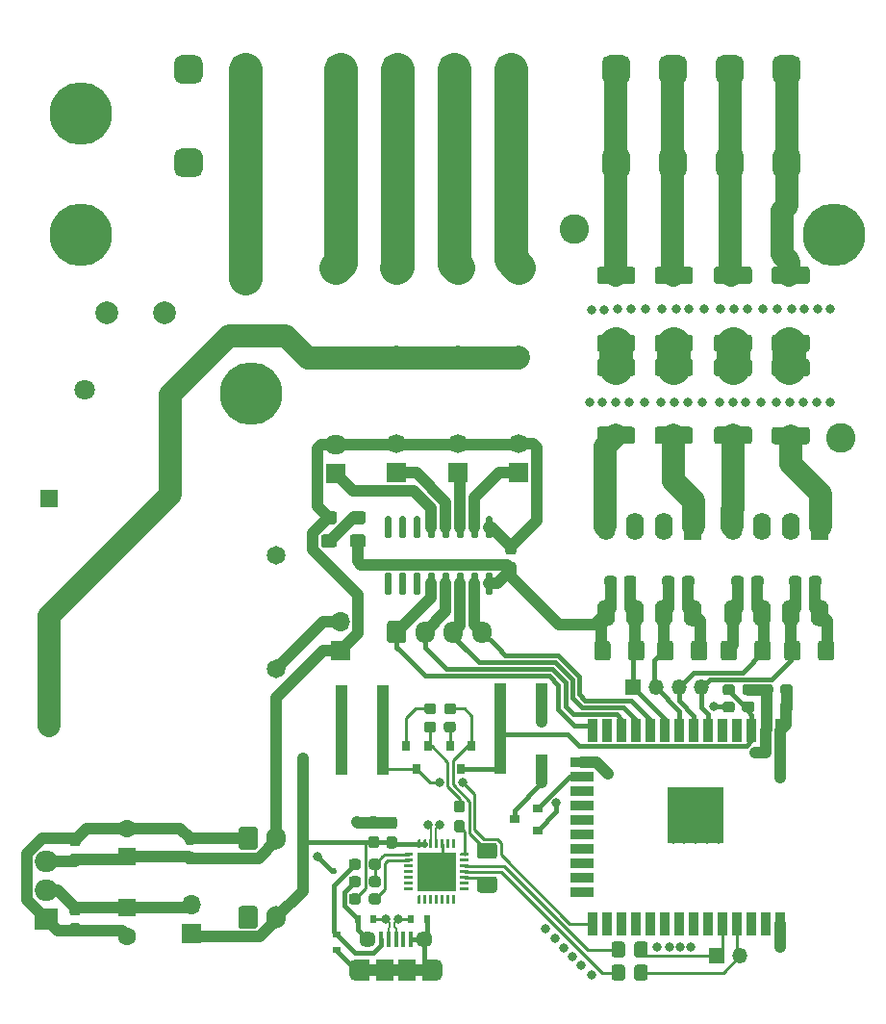
<source format=gbr>
G04 #@! TF.GenerationSoftware,KiCad,Pcbnew,(5.1.12)-1*
G04 #@! TF.CreationDate,2022-01-16T14:13:13-03:00*
G04 #@! TF.ProjectId,hamodule,68616d6f-6475-46c6-952e-6b696361645f,rev?*
G04 #@! TF.SameCoordinates,Original*
G04 #@! TF.FileFunction,Copper,L1,Top*
G04 #@! TF.FilePolarity,Positive*
%FSLAX46Y46*%
G04 Gerber Fmt 4.6, Leading zero omitted, Abs format (unit mm)*
G04 Created by KiCad (PCBNEW (5.1.12)-1) date 2022-01-16 14:13:13*
%MOMM*%
%LPD*%
G01*
G04 APERTURE LIST*
G04 #@! TA.AperFunction,ComponentPad*
%ADD10C,2.600000*%
G04 #@! TD*
G04 #@! TA.AperFunction,SMDPad,CuDef*
%ADD11R,3.350000X3.350000*%
G04 #@! TD*
G04 #@! TA.AperFunction,SMDPad,CuDef*
%ADD12R,0.450000X0.600000*%
G04 #@! TD*
G04 #@! TA.AperFunction,SMDPad,CuDef*
%ADD13R,0.900000X0.800000*%
G04 #@! TD*
G04 #@! TA.AperFunction,ComponentPad*
%ADD14O,1.350000X1.350000*%
G04 #@! TD*
G04 #@! TA.AperFunction,ComponentPad*
%ADD15R,1.350000X1.350000*%
G04 #@! TD*
G04 #@! TA.AperFunction,SMDPad,CuDef*
%ADD16R,1.500000X1.900000*%
G04 #@! TD*
G04 #@! TA.AperFunction,ComponentPad*
%ADD17C,1.450000*%
G04 #@! TD*
G04 #@! TA.AperFunction,SMDPad,CuDef*
%ADD18R,0.400000X1.350000*%
G04 #@! TD*
G04 #@! TA.AperFunction,ComponentPad*
%ADD19O,1.200000X1.900000*%
G04 #@! TD*
G04 #@! TA.AperFunction,SMDPad,CuDef*
%ADD20R,1.200000X1.900000*%
G04 #@! TD*
G04 #@! TA.AperFunction,SMDPad,CuDef*
%ADD21R,5.000000X5.000000*%
G04 #@! TD*
G04 #@! TA.AperFunction,SMDPad,CuDef*
%ADD22R,0.900000X2.000000*%
G04 #@! TD*
G04 #@! TA.AperFunction,SMDPad,CuDef*
%ADD23R,2.000000X0.900000*%
G04 #@! TD*
G04 #@! TA.AperFunction,ComponentPad*
%ADD24O,1.700000X1.950000*%
G04 #@! TD*
G04 #@! TA.AperFunction,SMDPad,CuDef*
%ADD25R,0.600000X0.700000*%
G04 #@! TD*
G04 #@! TA.AperFunction,SMDPad,CuDef*
%ADD26R,0.700000X0.600000*%
G04 #@! TD*
G04 #@! TA.AperFunction,SMDPad,CuDef*
%ADD27R,0.800000X0.900000*%
G04 #@! TD*
G04 #@! TA.AperFunction,SMDPad,CuDef*
%ADD28R,1.100000X1.800000*%
G04 #@! TD*
G04 #@! TA.AperFunction,ComponentPad*
%ADD29O,1.600000X2.400000*%
G04 #@! TD*
G04 #@! TA.AperFunction,ComponentPad*
%ADD30R,1.600000X2.400000*%
G04 #@! TD*
G04 #@! TA.AperFunction,ComponentPad*
%ADD31C,5.500000*%
G04 #@! TD*
G04 #@! TA.AperFunction,ComponentPad*
%ADD32R,1.700000X1.700000*%
G04 #@! TD*
G04 #@! TA.AperFunction,ComponentPad*
%ADD33O,1.950000X1.700000*%
G04 #@! TD*
G04 #@! TA.AperFunction,ComponentPad*
%ADD34C,2.000000*%
G04 #@! TD*
G04 #@! TA.AperFunction,ComponentPad*
%ADD35C,1.700000*%
G04 #@! TD*
G04 #@! TA.AperFunction,ComponentPad*
%ADD36C,1.600000*%
G04 #@! TD*
G04 #@! TA.AperFunction,ComponentPad*
%ADD37R,1.600000X1.600000*%
G04 #@! TD*
G04 #@! TA.AperFunction,ComponentPad*
%ADD38O,2.000000X1.905000*%
G04 #@! TD*
G04 #@! TA.AperFunction,ComponentPad*
%ADD39R,2.000000X1.905000*%
G04 #@! TD*
G04 #@! TA.AperFunction,ComponentPad*
%ADD40C,1.650000*%
G04 #@! TD*
G04 #@! TA.AperFunction,ComponentPad*
%ADD41R,1.650000X1.650000*%
G04 #@! TD*
G04 #@! TA.AperFunction,ComponentPad*
%ADD42O,1.700000X1.700000*%
G04 #@! TD*
G04 #@! TA.AperFunction,ComponentPad*
%ADD43O,1.700000X2.000000*%
G04 #@! TD*
G04 #@! TA.AperFunction,ComponentPad*
%ADD44C,1.800000*%
G04 #@! TD*
G04 #@! TA.AperFunction,ViaPad*
%ADD45C,0.800000*%
G04 #@! TD*
G04 #@! TA.AperFunction,Conductor*
%ADD46C,2.000000*%
G04 #@! TD*
G04 #@! TA.AperFunction,Conductor*
%ADD47C,1.000000*%
G04 #@! TD*
G04 #@! TA.AperFunction,Conductor*
%ADD48C,0.400000*%
G04 #@! TD*
G04 #@! TA.AperFunction,Conductor*
%ADD49C,0.250000*%
G04 #@! TD*
G04 #@! TA.AperFunction,Conductor*
%ADD50C,3.000000*%
G04 #@! TD*
G04 #@! TA.AperFunction,Conductor*
%ADD51C,0.200000*%
G04 #@! TD*
G04 APERTURE END LIST*
G04 #@! TA.AperFunction,SMDPad,CuDef*
G36*
G01*
X142160000Y-139057500D02*
X141685000Y-139057500D01*
G75*
G02*
X141447500Y-138820000I0J237500D01*
G01*
X141447500Y-138220000D01*
G75*
G02*
X141685000Y-137982500I237500J0D01*
G01*
X142160000Y-137982500D01*
G75*
G02*
X142397500Y-138220000I0J-237500D01*
G01*
X142397500Y-138820000D01*
G75*
G02*
X142160000Y-139057500I-237500J0D01*
G01*
G37*
G04 #@! TD.AperFunction*
G04 #@! TA.AperFunction,SMDPad,CuDef*
G36*
G01*
X142160000Y-140782500D02*
X141685000Y-140782500D01*
G75*
G02*
X141447500Y-140545000I0J237500D01*
G01*
X141447500Y-139945000D01*
G75*
G02*
X141685000Y-139707500I237500J0D01*
G01*
X142160000Y-139707500D01*
G75*
G02*
X142397500Y-139945000I0J-237500D01*
G01*
X142397500Y-140545000D01*
G75*
G02*
X142160000Y-140782500I-237500J0D01*
G01*
G37*
G04 #@! TD.AperFunction*
G04 #@! TA.AperFunction,SMDPad,CuDef*
G36*
G01*
X197154500Y-122608500D02*
X197154500Y-121358500D01*
G75*
G02*
X197404500Y-121108500I250000J0D01*
G01*
X198329500Y-121108500D01*
G75*
G02*
X198579500Y-121358500I0J-250000D01*
G01*
X198579500Y-122608500D01*
G75*
G02*
X198329500Y-122858500I-250000J0D01*
G01*
X197404500Y-122858500D01*
G75*
G02*
X197154500Y-122608500I0J250000D01*
G01*
G37*
G04 #@! TD.AperFunction*
G04 #@! TA.AperFunction,SMDPad,CuDef*
G36*
G01*
X194179500Y-122608500D02*
X194179500Y-121358500D01*
G75*
G02*
X194429500Y-121108500I250000J0D01*
G01*
X195354500Y-121108500D01*
G75*
G02*
X195604500Y-121358500I0J-250000D01*
G01*
X195604500Y-122608500D01*
G75*
G02*
X195354500Y-122858500I-250000J0D01*
G01*
X194429500Y-122858500D01*
G75*
G02*
X194179500Y-122608500I0J250000D01*
G01*
G37*
G04 #@! TD.AperFunction*
G04 #@! TA.AperFunction,SMDPad,CuDef*
G36*
G01*
X190016500Y-121358500D02*
X190016500Y-122608500D01*
G75*
G02*
X189766500Y-122858500I-250000J0D01*
G01*
X188841500Y-122858500D01*
G75*
G02*
X188591500Y-122608500I0J250000D01*
G01*
X188591500Y-121358500D01*
G75*
G02*
X188841500Y-121108500I250000J0D01*
G01*
X189766500Y-121108500D01*
G75*
G02*
X190016500Y-121358500I0J-250000D01*
G01*
G37*
G04 #@! TD.AperFunction*
G04 #@! TA.AperFunction,SMDPad,CuDef*
G36*
G01*
X192991500Y-121358500D02*
X192991500Y-122608500D01*
G75*
G02*
X192741500Y-122858500I-250000J0D01*
G01*
X191816500Y-122858500D01*
G75*
G02*
X191566500Y-122608500I0J250000D01*
G01*
X191566500Y-121358500D01*
G75*
G02*
X191816500Y-121108500I250000J0D01*
G01*
X192741500Y-121108500D01*
G75*
G02*
X192991500Y-121358500I0J-250000D01*
G01*
G37*
G04 #@! TD.AperFunction*
G04 #@! TA.AperFunction,SMDPad,CuDef*
G36*
G01*
X178892500Y-121358500D02*
X178892500Y-122608500D01*
G75*
G02*
X178642500Y-122858500I-250000J0D01*
G01*
X177717500Y-122858500D01*
G75*
G02*
X177467500Y-122608500I0J250000D01*
G01*
X177467500Y-121358500D01*
G75*
G02*
X177717500Y-121108500I250000J0D01*
G01*
X178642500Y-121108500D01*
G75*
G02*
X178892500Y-121358500I0J-250000D01*
G01*
G37*
G04 #@! TD.AperFunction*
G04 #@! TA.AperFunction,SMDPad,CuDef*
G36*
G01*
X181867500Y-121358500D02*
X181867500Y-122608500D01*
G75*
G02*
X181617500Y-122858500I-250000J0D01*
G01*
X180692500Y-122858500D01*
G75*
G02*
X180442500Y-122608500I0J250000D01*
G01*
X180442500Y-121358500D01*
G75*
G02*
X180692500Y-121108500I250000J0D01*
G01*
X181617500Y-121108500D01*
G75*
G02*
X181867500Y-121358500I0J-250000D01*
G01*
G37*
G04 #@! TD.AperFunction*
G04 #@! TA.AperFunction,SMDPad,CuDef*
G36*
G01*
X185978500Y-122608500D02*
X185978500Y-121358500D01*
G75*
G02*
X186228500Y-121108500I250000J0D01*
G01*
X187153500Y-121108500D01*
G75*
G02*
X187403500Y-121358500I0J-250000D01*
G01*
X187403500Y-122608500D01*
G75*
G02*
X187153500Y-122858500I-250000J0D01*
G01*
X186228500Y-122858500D01*
G75*
G02*
X185978500Y-122608500I0J250000D01*
G01*
G37*
G04 #@! TD.AperFunction*
G04 #@! TA.AperFunction,SMDPad,CuDef*
G36*
G01*
X183003500Y-122608500D02*
X183003500Y-121358500D01*
G75*
G02*
X183253500Y-121108500I250000J0D01*
G01*
X184178500Y-121108500D01*
G75*
G02*
X184428500Y-121358500I0J-250000D01*
G01*
X184428500Y-122608500D01*
G75*
G02*
X184178500Y-122858500I-250000J0D01*
G01*
X183253500Y-122858500D01*
G75*
G02*
X183003500Y-122608500I0J250000D01*
G01*
G37*
G04 #@! TD.AperFunction*
G04 #@! TA.AperFunction,SMDPad,CuDef*
G36*
G01*
X167408700Y-141845000D02*
X168658700Y-141845000D01*
G75*
G02*
X168908700Y-142095000I0J-250000D01*
G01*
X168908700Y-143020000D01*
G75*
G02*
X168658700Y-143270000I-250000J0D01*
G01*
X167408700Y-143270000D01*
G75*
G02*
X167158700Y-143020000I0J250000D01*
G01*
X167158700Y-142095000D01*
G75*
G02*
X167408700Y-141845000I250000J0D01*
G01*
G37*
G04 #@! TD.AperFunction*
G04 #@! TA.AperFunction,SMDPad,CuDef*
G36*
G01*
X167408700Y-138870000D02*
X168658700Y-138870000D01*
G75*
G02*
X168908700Y-139120000I0J-250000D01*
G01*
X168908700Y-140045000D01*
G75*
G02*
X168658700Y-140295000I-250000J0D01*
G01*
X167408700Y-140295000D01*
G75*
G02*
X167158700Y-140045000I0J250000D01*
G01*
X167158700Y-139120000D01*
G75*
G02*
X167408700Y-138870000I250000J0D01*
G01*
G37*
G04 #@! TD.AperFunction*
D10*
X175704500Y-84899500D03*
X199174100Y-103289100D03*
G04 #@! TA.AperFunction,SMDPad,CuDef*
G36*
G01*
X164254900Y-127326400D02*
X164254900Y-126851400D01*
G75*
G02*
X164492400Y-126613900I237500J0D01*
G01*
X165067400Y-126613900D01*
G75*
G02*
X165304900Y-126851400I0J-237500D01*
G01*
X165304900Y-127326400D01*
G75*
G02*
X165067400Y-127563900I-237500J0D01*
G01*
X164492400Y-127563900D01*
G75*
G02*
X164254900Y-127326400I0J237500D01*
G01*
G37*
G04 #@! TD.AperFunction*
G04 #@! TA.AperFunction,SMDPad,CuDef*
G36*
G01*
X162504900Y-127326400D02*
X162504900Y-126851400D01*
G75*
G02*
X162742400Y-126613900I237500J0D01*
G01*
X163317400Y-126613900D01*
G75*
G02*
X163554900Y-126851400I0J-237500D01*
G01*
X163554900Y-127326400D01*
G75*
G02*
X163317400Y-127563900I-237500J0D01*
G01*
X162742400Y-127563900D01*
G75*
G02*
X162504900Y-127326400I0J237500D01*
G01*
G37*
G04 #@! TD.AperFunction*
G04 #@! TA.AperFunction,SMDPad,CuDef*
G36*
G01*
X163532100Y-128463000D02*
X163532100Y-128938000D01*
G75*
G02*
X163294600Y-129175500I-237500J0D01*
G01*
X162719600Y-129175500D01*
G75*
G02*
X162482100Y-128938000I0J237500D01*
G01*
X162482100Y-128463000D01*
G75*
G02*
X162719600Y-128225500I237500J0D01*
G01*
X163294600Y-128225500D01*
G75*
G02*
X163532100Y-128463000I0J-237500D01*
G01*
G37*
G04 #@! TD.AperFunction*
G04 #@! TA.AperFunction,SMDPad,CuDef*
G36*
G01*
X165282100Y-128463000D02*
X165282100Y-128938000D01*
G75*
G02*
X165044600Y-129175500I-237500J0D01*
G01*
X164469600Y-129175500D01*
G75*
G02*
X164232100Y-128938000I0J237500D01*
G01*
X164232100Y-128463000D01*
G75*
G02*
X164469600Y-128225500I237500J0D01*
G01*
X165044600Y-128225500D01*
G75*
G02*
X165282100Y-128463000I0J-237500D01*
G01*
G37*
G04 #@! TD.AperFunction*
G04 #@! TA.AperFunction,SMDPad,CuDef*
G36*
G01*
X196358500Y-116125000D02*
X196358500Y-115650000D01*
G75*
G02*
X196596000Y-115412500I237500J0D01*
G01*
X197196000Y-115412500D01*
G75*
G02*
X197433500Y-115650000I0J-237500D01*
G01*
X197433500Y-116125000D01*
G75*
G02*
X197196000Y-116362500I-237500J0D01*
G01*
X196596000Y-116362500D01*
G75*
G02*
X196358500Y-116125000I0J237500D01*
G01*
G37*
G04 #@! TD.AperFunction*
G04 #@! TA.AperFunction,SMDPad,CuDef*
G36*
G01*
X194633500Y-116125000D02*
X194633500Y-115650000D01*
G75*
G02*
X194871000Y-115412500I237500J0D01*
G01*
X195471000Y-115412500D01*
G75*
G02*
X195708500Y-115650000I0J-237500D01*
G01*
X195708500Y-116125000D01*
G75*
G02*
X195471000Y-116362500I-237500J0D01*
G01*
X194871000Y-116362500D01*
G75*
G02*
X194633500Y-116125000I0J237500D01*
G01*
G37*
G04 #@! TD.AperFunction*
G04 #@! TA.AperFunction,SMDPad,CuDef*
G36*
G01*
X190628500Y-115650000D02*
X190628500Y-116125000D01*
G75*
G02*
X190391000Y-116362500I-237500J0D01*
G01*
X189791000Y-116362500D01*
G75*
G02*
X189553500Y-116125000I0J237500D01*
G01*
X189553500Y-115650000D01*
G75*
G02*
X189791000Y-115412500I237500J0D01*
G01*
X190391000Y-115412500D01*
G75*
G02*
X190628500Y-115650000I0J-237500D01*
G01*
G37*
G04 #@! TD.AperFunction*
G04 #@! TA.AperFunction,SMDPad,CuDef*
G36*
G01*
X192353500Y-115650000D02*
X192353500Y-116125000D01*
G75*
G02*
X192116000Y-116362500I-237500J0D01*
G01*
X191516000Y-116362500D01*
G75*
G02*
X191278500Y-116125000I0J237500D01*
G01*
X191278500Y-115650000D01*
G75*
G02*
X191516000Y-115412500I237500J0D01*
G01*
X192116000Y-115412500D01*
G75*
G02*
X192353500Y-115650000I0J-237500D01*
G01*
G37*
G04 #@! TD.AperFunction*
G04 #@! TA.AperFunction,SMDPad,CuDef*
G36*
G01*
X185182500Y-116125000D02*
X185182500Y-115650000D01*
G75*
G02*
X185420000Y-115412500I237500J0D01*
G01*
X186020000Y-115412500D01*
G75*
G02*
X186257500Y-115650000I0J-237500D01*
G01*
X186257500Y-116125000D01*
G75*
G02*
X186020000Y-116362500I-237500J0D01*
G01*
X185420000Y-116362500D01*
G75*
G02*
X185182500Y-116125000I0J237500D01*
G01*
G37*
G04 #@! TD.AperFunction*
G04 #@! TA.AperFunction,SMDPad,CuDef*
G36*
G01*
X183457500Y-116125000D02*
X183457500Y-115650000D01*
G75*
G02*
X183695000Y-115412500I237500J0D01*
G01*
X184295000Y-115412500D01*
G75*
G02*
X184532500Y-115650000I0J-237500D01*
G01*
X184532500Y-116125000D01*
G75*
G02*
X184295000Y-116362500I-237500J0D01*
G01*
X183695000Y-116362500D01*
G75*
G02*
X183457500Y-116125000I0J237500D01*
G01*
G37*
G04 #@! TD.AperFunction*
G04 #@! TA.AperFunction,SMDPad,CuDef*
G36*
G01*
X179434500Y-115650000D02*
X179434500Y-116125000D01*
G75*
G02*
X179197000Y-116362500I-237500J0D01*
G01*
X178597000Y-116362500D01*
G75*
G02*
X178359500Y-116125000I0J237500D01*
G01*
X178359500Y-115650000D01*
G75*
G02*
X178597000Y-115412500I237500J0D01*
G01*
X179197000Y-115412500D01*
G75*
G02*
X179434500Y-115650000I0J-237500D01*
G01*
G37*
G04 #@! TD.AperFunction*
G04 #@! TA.AperFunction,SMDPad,CuDef*
G36*
G01*
X181159500Y-115650000D02*
X181159500Y-116125000D01*
G75*
G02*
X180922000Y-116362500I-237500J0D01*
G01*
X180322000Y-116362500D01*
G75*
G02*
X180084500Y-116125000I0J237500D01*
G01*
X180084500Y-115650000D01*
G75*
G02*
X180322000Y-115412500I237500J0D01*
G01*
X180922000Y-115412500D01*
G75*
G02*
X181159500Y-115650000I0J-237500D01*
G01*
G37*
G04 #@! TD.AperFunction*
G04 #@! TA.AperFunction,SMDPad,CuDef*
G36*
G01*
X131525000Y-145939500D02*
X132000000Y-145939500D01*
G75*
G02*
X132237500Y-146177000I0J-237500D01*
G01*
X132237500Y-146777000D01*
G75*
G02*
X132000000Y-147014500I-237500J0D01*
G01*
X131525000Y-147014500D01*
G75*
G02*
X131287500Y-146777000I0J237500D01*
G01*
X131287500Y-146177000D01*
G75*
G02*
X131525000Y-145939500I237500J0D01*
G01*
G37*
G04 #@! TD.AperFunction*
G04 #@! TA.AperFunction,SMDPad,CuDef*
G36*
G01*
X131525000Y-144214500D02*
X132000000Y-144214500D01*
G75*
G02*
X132237500Y-144452000I0J-237500D01*
G01*
X132237500Y-145052000D01*
G75*
G02*
X132000000Y-145289500I-237500J0D01*
G01*
X131525000Y-145289500D01*
G75*
G02*
X131287500Y-145052000I0J237500D01*
G01*
X131287500Y-144452000D01*
G75*
G02*
X131525000Y-144214500I237500J0D01*
G01*
G37*
G04 #@! TD.AperFunction*
G04 #@! TA.AperFunction,SMDPad,CuDef*
G36*
G01*
X132000000Y-139193500D02*
X131525000Y-139193500D01*
G75*
G02*
X131287500Y-138956000I0J237500D01*
G01*
X131287500Y-138356000D01*
G75*
G02*
X131525000Y-138118500I237500J0D01*
G01*
X132000000Y-138118500D01*
G75*
G02*
X132237500Y-138356000I0J-237500D01*
G01*
X132237500Y-138956000D01*
G75*
G02*
X132000000Y-139193500I-237500J0D01*
G01*
G37*
G04 #@! TD.AperFunction*
G04 #@! TA.AperFunction,SMDPad,CuDef*
G36*
G01*
X132000000Y-140918500D02*
X131525000Y-140918500D01*
G75*
G02*
X131287500Y-140681000I0J237500D01*
G01*
X131287500Y-140081000D01*
G75*
G02*
X131525000Y-139843500I237500J0D01*
G01*
X132000000Y-139843500D01*
G75*
G02*
X132237500Y-140081000I0J-237500D01*
G01*
X132237500Y-140681000D01*
G75*
G02*
X132000000Y-140918500I-237500J0D01*
G01*
G37*
G04 #@! TD.AperFunction*
G04 #@! TA.AperFunction,SMDPad,CuDef*
G36*
G01*
X169879000Y-114189500D02*
X170354000Y-114189500D01*
G75*
G02*
X170591500Y-114427000I0J-237500D01*
G01*
X170591500Y-115027000D01*
G75*
G02*
X170354000Y-115264500I-237500J0D01*
G01*
X169879000Y-115264500D01*
G75*
G02*
X169641500Y-115027000I0J237500D01*
G01*
X169641500Y-114427000D01*
G75*
G02*
X169879000Y-114189500I237500J0D01*
G01*
G37*
G04 #@! TD.AperFunction*
G04 #@! TA.AperFunction,SMDPad,CuDef*
G36*
G01*
X169879000Y-112464500D02*
X170354000Y-112464500D01*
G75*
G02*
X170591500Y-112702000I0J-237500D01*
G01*
X170591500Y-113302000D01*
G75*
G02*
X170354000Y-113539500I-237500J0D01*
G01*
X169879000Y-113539500D01*
G75*
G02*
X169641500Y-113302000I0J237500D01*
G01*
X169641500Y-112702000D01*
G75*
G02*
X169879000Y-112464500I237500J0D01*
G01*
G37*
G04 #@! TD.AperFunction*
G04 #@! TA.AperFunction,SMDPad,CuDef*
G36*
G01*
X189831000Y-126699000D02*
X189831000Y-127174000D01*
G75*
G02*
X189593500Y-127411500I-237500J0D01*
G01*
X188993500Y-127411500D01*
G75*
G02*
X188756000Y-127174000I0J237500D01*
G01*
X188756000Y-126699000D01*
G75*
G02*
X188993500Y-126461500I237500J0D01*
G01*
X189593500Y-126461500D01*
G75*
G02*
X189831000Y-126699000I0J-237500D01*
G01*
G37*
G04 #@! TD.AperFunction*
G04 #@! TA.AperFunction,SMDPad,CuDef*
G36*
G01*
X191556000Y-126699000D02*
X191556000Y-127174000D01*
G75*
G02*
X191318500Y-127411500I-237500J0D01*
G01*
X190718500Y-127411500D01*
G75*
G02*
X190481000Y-127174000I0J237500D01*
G01*
X190481000Y-126699000D01*
G75*
G02*
X190718500Y-126461500I237500J0D01*
G01*
X191318500Y-126461500D01*
G75*
G02*
X191556000Y-126699000I0J-237500D01*
G01*
G37*
G04 #@! TD.AperFunction*
G04 #@! TA.AperFunction,SMDPad,CuDef*
G36*
G01*
X193836000Y-127174000D02*
X193836000Y-126699000D01*
G75*
G02*
X194073500Y-126461500I237500J0D01*
G01*
X194673500Y-126461500D01*
G75*
G02*
X194911000Y-126699000I0J-237500D01*
G01*
X194911000Y-127174000D01*
G75*
G02*
X194673500Y-127411500I-237500J0D01*
G01*
X194073500Y-127411500D01*
G75*
G02*
X193836000Y-127174000I0J237500D01*
G01*
G37*
G04 #@! TD.AperFunction*
G04 #@! TA.AperFunction,SMDPad,CuDef*
G36*
G01*
X192111000Y-127174000D02*
X192111000Y-126699000D01*
G75*
G02*
X192348500Y-126461500I237500J0D01*
G01*
X192948500Y-126461500D01*
G75*
G02*
X193186000Y-126699000I0J-237500D01*
G01*
X193186000Y-127174000D01*
G75*
G02*
X192948500Y-127411500I-237500J0D01*
G01*
X192348500Y-127411500D01*
G75*
G02*
X192111000Y-127174000I0J237500D01*
G01*
G37*
G04 #@! TD.AperFunction*
G04 #@! TA.AperFunction,SMDPad,CuDef*
G36*
G01*
X158289000Y-137648900D02*
X157814000Y-137648900D01*
G75*
G02*
X157576500Y-137411400I0J237500D01*
G01*
X157576500Y-136811400D01*
G75*
G02*
X157814000Y-136573900I237500J0D01*
G01*
X158289000Y-136573900D01*
G75*
G02*
X158526500Y-136811400I0J-237500D01*
G01*
X158526500Y-137411400D01*
G75*
G02*
X158289000Y-137648900I-237500J0D01*
G01*
G37*
G04 #@! TD.AperFunction*
G04 #@! TA.AperFunction,SMDPad,CuDef*
G36*
G01*
X158289000Y-139373900D02*
X157814000Y-139373900D01*
G75*
G02*
X157576500Y-139136400I0J237500D01*
G01*
X157576500Y-138536400D01*
G75*
G02*
X157814000Y-138298900I237500J0D01*
G01*
X158289000Y-138298900D01*
G75*
G02*
X158526500Y-138536400I0J-237500D01*
G01*
X158526500Y-139136400D01*
G75*
G02*
X158289000Y-139373900I-237500J0D01*
G01*
G37*
G04 #@! TD.AperFunction*
D11*
X163576000Y-141414500D03*
G04 #@! TA.AperFunction,SMDPad,CuDef*
G36*
G01*
X165688500Y-139789500D02*
X166363500Y-139789500D01*
G75*
G02*
X166426000Y-139852000I0J-62500D01*
G01*
X166426000Y-139977000D01*
G75*
G02*
X166363500Y-140039500I-62500J0D01*
G01*
X165688500Y-140039500D01*
G75*
G02*
X165626000Y-139977000I0J62500D01*
G01*
X165626000Y-139852000D01*
G75*
G02*
X165688500Y-139789500I62500J0D01*
G01*
G37*
G04 #@! TD.AperFunction*
G04 #@! TA.AperFunction,SMDPad,CuDef*
G36*
G01*
X165688500Y-140289500D02*
X166363500Y-140289500D01*
G75*
G02*
X166426000Y-140352000I0J-62500D01*
G01*
X166426000Y-140477000D01*
G75*
G02*
X166363500Y-140539500I-62500J0D01*
G01*
X165688500Y-140539500D01*
G75*
G02*
X165626000Y-140477000I0J62500D01*
G01*
X165626000Y-140352000D01*
G75*
G02*
X165688500Y-140289500I62500J0D01*
G01*
G37*
G04 #@! TD.AperFunction*
G04 #@! TA.AperFunction,SMDPad,CuDef*
G36*
G01*
X165688500Y-140789500D02*
X166363500Y-140789500D01*
G75*
G02*
X166426000Y-140852000I0J-62500D01*
G01*
X166426000Y-140977000D01*
G75*
G02*
X166363500Y-141039500I-62500J0D01*
G01*
X165688500Y-141039500D01*
G75*
G02*
X165626000Y-140977000I0J62500D01*
G01*
X165626000Y-140852000D01*
G75*
G02*
X165688500Y-140789500I62500J0D01*
G01*
G37*
G04 #@! TD.AperFunction*
G04 #@! TA.AperFunction,SMDPad,CuDef*
G36*
G01*
X165688500Y-141289500D02*
X166363500Y-141289500D01*
G75*
G02*
X166426000Y-141352000I0J-62500D01*
G01*
X166426000Y-141477000D01*
G75*
G02*
X166363500Y-141539500I-62500J0D01*
G01*
X165688500Y-141539500D01*
G75*
G02*
X165626000Y-141477000I0J62500D01*
G01*
X165626000Y-141352000D01*
G75*
G02*
X165688500Y-141289500I62500J0D01*
G01*
G37*
G04 #@! TD.AperFunction*
G04 #@! TA.AperFunction,SMDPad,CuDef*
G36*
G01*
X165688500Y-141789500D02*
X166363500Y-141789500D01*
G75*
G02*
X166426000Y-141852000I0J-62500D01*
G01*
X166426000Y-141977000D01*
G75*
G02*
X166363500Y-142039500I-62500J0D01*
G01*
X165688500Y-142039500D01*
G75*
G02*
X165626000Y-141977000I0J62500D01*
G01*
X165626000Y-141852000D01*
G75*
G02*
X165688500Y-141789500I62500J0D01*
G01*
G37*
G04 #@! TD.AperFunction*
G04 #@! TA.AperFunction,SMDPad,CuDef*
G36*
G01*
X165688500Y-142289500D02*
X166363500Y-142289500D01*
G75*
G02*
X166426000Y-142352000I0J-62500D01*
G01*
X166426000Y-142477000D01*
G75*
G02*
X166363500Y-142539500I-62500J0D01*
G01*
X165688500Y-142539500D01*
G75*
G02*
X165626000Y-142477000I0J62500D01*
G01*
X165626000Y-142352000D01*
G75*
G02*
X165688500Y-142289500I62500J0D01*
G01*
G37*
G04 #@! TD.AperFunction*
G04 #@! TA.AperFunction,SMDPad,CuDef*
G36*
G01*
X165688500Y-142789500D02*
X166363500Y-142789500D01*
G75*
G02*
X166426000Y-142852000I0J-62500D01*
G01*
X166426000Y-142977000D01*
G75*
G02*
X166363500Y-143039500I-62500J0D01*
G01*
X165688500Y-143039500D01*
G75*
G02*
X165626000Y-142977000I0J62500D01*
G01*
X165626000Y-142852000D01*
G75*
G02*
X165688500Y-142789500I62500J0D01*
G01*
G37*
G04 #@! TD.AperFunction*
G04 #@! TA.AperFunction,SMDPad,CuDef*
G36*
G01*
X165013500Y-143464500D02*
X165138500Y-143464500D01*
G75*
G02*
X165201000Y-143527000I0J-62500D01*
G01*
X165201000Y-144202000D01*
G75*
G02*
X165138500Y-144264500I-62500J0D01*
G01*
X165013500Y-144264500D01*
G75*
G02*
X164951000Y-144202000I0J62500D01*
G01*
X164951000Y-143527000D01*
G75*
G02*
X165013500Y-143464500I62500J0D01*
G01*
G37*
G04 #@! TD.AperFunction*
G04 #@! TA.AperFunction,SMDPad,CuDef*
G36*
G01*
X164513500Y-143464500D02*
X164638500Y-143464500D01*
G75*
G02*
X164701000Y-143527000I0J-62500D01*
G01*
X164701000Y-144202000D01*
G75*
G02*
X164638500Y-144264500I-62500J0D01*
G01*
X164513500Y-144264500D01*
G75*
G02*
X164451000Y-144202000I0J62500D01*
G01*
X164451000Y-143527000D01*
G75*
G02*
X164513500Y-143464500I62500J0D01*
G01*
G37*
G04 #@! TD.AperFunction*
G04 #@! TA.AperFunction,SMDPad,CuDef*
G36*
G01*
X164013500Y-143464500D02*
X164138500Y-143464500D01*
G75*
G02*
X164201000Y-143527000I0J-62500D01*
G01*
X164201000Y-144202000D01*
G75*
G02*
X164138500Y-144264500I-62500J0D01*
G01*
X164013500Y-144264500D01*
G75*
G02*
X163951000Y-144202000I0J62500D01*
G01*
X163951000Y-143527000D01*
G75*
G02*
X164013500Y-143464500I62500J0D01*
G01*
G37*
G04 #@! TD.AperFunction*
G04 #@! TA.AperFunction,SMDPad,CuDef*
G36*
G01*
X163513500Y-143464500D02*
X163638500Y-143464500D01*
G75*
G02*
X163701000Y-143527000I0J-62500D01*
G01*
X163701000Y-144202000D01*
G75*
G02*
X163638500Y-144264500I-62500J0D01*
G01*
X163513500Y-144264500D01*
G75*
G02*
X163451000Y-144202000I0J62500D01*
G01*
X163451000Y-143527000D01*
G75*
G02*
X163513500Y-143464500I62500J0D01*
G01*
G37*
G04 #@! TD.AperFunction*
G04 #@! TA.AperFunction,SMDPad,CuDef*
G36*
G01*
X163013500Y-143464500D02*
X163138500Y-143464500D01*
G75*
G02*
X163201000Y-143527000I0J-62500D01*
G01*
X163201000Y-144202000D01*
G75*
G02*
X163138500Y-144264500I-62500J0D01*
G01*
X163013500Y-144264500D01*
G75*
G02*
X162951000Y-144202000I0J62500D01*
G01*
X162951000Y-143527000D01*
G75*
G02*
X163013500Y-143464500I62500J0D01*
G01*
G37*
G04 #@! TD.AperFunction*
G04 #@! TA.AperFunction,SMDPad,CuDef*
G36*
G01*
X162513500Y-143464500D02*
X162638500Y-143464500D01*
G75*
G02*
X162701000Y-143527000I0J-62500D01*
G01*
X162701000Y-144202000D01*
G75*
G02*
X162638500Y-144264500I-62500J0D01*
G01*
X162513500Y-144264500D01*
G75*
G02*
X162451000Y-144202000I0J62500D01*
G01*
X162451000Y-143527000D01*
G75*
G02*
X162513500Y-143464500I62500J0D01*
G01*
G37*
G04 #@! TD.AperFunction*
G04 #@! TA.AperFunction,SMDPad,CuDef*
G36*
G01*
X162013500Y-143464500D02*
X162138500Y-143464500D01*
G75*
G02*
X162201000Y-143527000I0J-62500D01*
G01*
X162201000Y-144202000D01*
G75*
G02*
X162138500Y-144264500I-62500J0D01*
G01*
X162013500Y-144264500D01*
G75*
G02*
X161951000Y-144202000I0J62500D01*
G01*
X161951000Y-143527000D01*
G75*
G02*
X162013500Y-143464500I62500J0D01*
G01*
G37*
G04 #@! TD.AperFunction*
G04 #@! TA.AperFunction,SMDPad,CuDef*
G36*
G01*
X160788500Y-142789500D02*
X161463500Y-142789500D01*
G75*
G02*
X161526000Y-142852000I0J-62500D01*
G01*
X161526000Y-142977000D01*
G75*
G02*
X161463500Y-143039500I-62500J0D01*
G01*
X160788500Y-143039500D01*
G75*
G02*
X160726000Y-142977000I0J62500D01*
G01*
X160726000Y-142852000D01*
G75*
G02*
X160788500Y-142789500I62500J0D01*
G01*
G37*
G04 #@! TD.AperFunction*
G04 #@! TA.AperFunction,SMDPad,CuDef*
G36*
G01*
X160788500Y-142289500D02*
X161463500Y-142289500D01*
G75*
G02*
X161526000Y-142352000I0J-62500D01*
G01*
X161526000Y-142477000D01*
G75*
G02*
X161463500Y-142539500I-62500J0D01*
G01*
X160788500Y-142539500D01*
G75*
G02*
X160726000Y-142477000I0J62500D01*
G01*
X160726000Y-142352000D01*
G75*
G02*
X160788500Y-142289500I62500J0D01*
G01*
G37*
G04 #@! TD.AperFunction*
G04 #@! TA.AperFunction,SMDPad,CuDef*
G36*
G01*
X160788500Y-141789500D02*
X161463500Y-141789500D01*
G75*
G02*
X161526000Y-141852000I0J-62500D01*
G01*
X161526000Y-141977000D01*
G75*
G02*
X161463500Y-142039500I-62500J0D01*
G01*
X160788500Y-142039500D01*
G75*
G02*
X160726000Y-141977000I0J62500D01*
G01*
X160726000Y-141852000D01*
G75*
G02*
X160788500Y-141789500I62500J0D01*
G01*
G37*
G04 #@! TD.AperFunction*
G04 #@! TA.AperFunction,SMDPad,CuDef*
G36*
G01*
X160788500Y-141289500D02*
X161463500Y-141289500D01*
G75*
G02*
X161526000Y-141352000I0J-62500D01*
G01*
X161526000Y-141477000D01*
G75*
G02*
X161463500Y-141539500I-62500J0D01*
G01*
X160788500Y-141539500D01*
G75*
G02*
X160726000Y-141477000I0J62500D01*
G01*
X160726000Y-141352000D01*
G75*
G02*
X160788500Y-141289500I62500J0D01*
G01*
G37*
G04 #@! TD.AperFunction*
G04 #@! TA.AperFunction,SMDPad,CuDef*
G36*
G01*
X160788500Y-140789500D02*
X161463500Y-140789500D01*
G75*
G02*
X161526000Y-140852000I0J-62500D01*
G01*
X161526000Y-140977000D01*
G75*
G02*
X161463500Y-141039500I-62500J0D01*
G01*
X160788500Y-141039500D01*
G75*
G02*
X160726000Y-140977000I0J62500D01*
G01*
X160726000Y-140852000D01*
G75*
G02*
X160788500Y-140789500I62500J0D01*
G01*
G37*
G04 #@! TD.AperFunction*
G04 #@! TA.AperFunction,SMDPad,CuDef*
G36*
G01*
X160788500Y-140289500D02*
X161463500Y-140289500D01*
G75*
G02*
X161526000Y-140352000I0J-62500D01*
G01*
X161526000Y-140477000D01*
G75*
G02*
X161463500Y-140539500I-62500J0D01*
G01*
X160788500Y-140539500D01*
G75*
G02*
X160726000Y-140477000I0J62500D01*
G01*
X160726000Y-140352000D01*
G75*
G02*
X160788500Y-140289500I62500J0D01*
G01*
G37*
G04 #@! TD.AperFunction*
G04 #@! TA.AperFunction,SMDPad,CuDef*
G36*
G01*
X160788500Y-139789500D02*
X161463500Y-139789500D01*
G75*
G02*
X161526000Y-139852000I0J-62500D01*
G01*
X161526000Y-139977000D01*
G75*
G02*
X161463500Y-140039500I-62500J0D01*
G01*
X160788500Y-140039500D01*
G75*
G02*
X160726000Y-139977000I0J62500D01*
G01*
X160726000Y-139852000D01*
G75*
G02*
X160788500Y-139789500I62500J0D01*
G01*
G37*
G04 #@! TD.AperFunction*
G04 #@! TA.AperFunction,SMDPad,CuDef*
G36*
G01*
X162013500Y-138564500D02*
X162138500Y-138564500D01*
G75*
G02*
X162201000Y-138627000I0J-62500D01*
G01*
X162201000Y-139302000D01*
G75*
G02*
X162138500Y-139364500I-62500J0D01*
G01*
X162013500Y-139364500D01*
G75*
G02*
X161951000Y-139302000I0J62500D01*
G01*
X161951000Y-138627000D01*
G75*
G02*
X162013500Y-138564500I62500J0D01*
G01*
G37*
G04 #@! TD.AperFunction*
G04 #@! TA.AperFunction,SMDPad,CuDef*
G36*
G01*
X162513500Y-138564500D02*
X162638500Y-138564500D01*
G75*
G02*
X162701000Y-138627000I0J-62500D01*
G01*
X162701000Y-139302000D01*
G75*
G02*
X162638500Y-139364500I-62500J0D01*
G01*
X162513500Y-139364500D01*
G75*
G02*
X162451000Y-139302000I0J62500D01*
G01*
X162451000Y-138627000D01*
G75*
G02*
X162513500Y-138564500I62500J0D01*
G01*
G37*
G04 #@! TD.AperFunction*
G04 #@! TA.AperFunction,SMDPad,CuDef*
G36*
G01*
X163013500Y-138564500D02*
X163138500Y-138564500D01*
G75*
G02*
X163201000Y-138627000I0J-62500D01*
G01*
X163201000Y-139302000D01*
G75*
G02*
X163138500Y-139364500I-62500J0D01*
G01*
X163013500Y-139364500D01*
G75*
G02*
X162951000Y-139302000I0J62500D01*
G01*
X162951000Y-138627000D01*
G75*
G02*
X163013500Y-138564500I62500J0D01*
G01*
G37*
G04 #@! TD.AperFunction*
G04 #@! TA.AperFunction,SMDPad,CuDef*
G36*
G01*
X163513500Y-138564500D02*
X163638500Y-138564500D01*
G75*
G02*
X163701000Y-138627000I0J-62500D01*
G01*
X163701000Y-139302000D01*
G75*
G02*
X163638500Y-139364500I-62500J0D01*
G01*
X163513500Y-139364500D01*
G75*
G02*
X163451000Y-139302000I0J62500D01*
G01*
X163451000Y-138627000D01*
G75*
G02*
X163513500Y-138564500I62500J0D01*
G01*
G37*
G04 #@! TD.AperFunction*
G04 #@! TA.AperFunction,SMDPad,CuDef*
G36*
G01*
X164013500Y-138564500D02*
X164138500Y-138564500D01*
G75*
G02*
X164201000Y-138627000I0J-62500D01*
G01*
X164201000Y-139302000D01*
G75*
G02*
X164138500Y-139364500I-62500J0D01*
G01*
X164013500Y-139364500D01*
G75*
G02*
X163951000Y-139302000I0J62500D01*
G01*
X163951000Y-138627000D01*
G75*
G02*
X164013500Y-138564500I62500J0D01*
G01*
G37*
G04 #@! TD.AperFunction*
G04 #@! TA.AperFunction,SMDPad,CuDef*
G36*
G01*
X164513500Y-138564500D02*
X164638500Y-138564500D01*
G75*
G02*
X164701000Y-138627000I0J-62500D01*
G01*
X164701000Y-139302000D01*
G75*
G02*
X164638500Y-139364500I-62500J0D01*
G01*
X164513500Y-139364500D01*
G75*
G02*
X164451000Y-139302000I0J62500D01*
G01*
X164451000Y-138627000D01*
G75*
G02*
X164513500Y-138564500I62500J0D01*
G01*
G37*
G04 #@! TD.AperFunction*
G04 #@! TA.AperFunction,SMDPad,CuDef*
G36*
G01*
X165013500Y-138564500D02*
X165138500Y-138564500D01*
G75*
G02*
X165201000Y-138627000I0J-62500D01*
G01*
X165201000Y-139302000D01*
G75*
G02*
X165138500Y-139364500I-62500J0D01*
G01*
X165013500Y-139364500D01*
G75*
G02*
X164951000Y-139302000I0J62500D01*
G01*
X164951000Y-138627000D01*
G75*
G02*
X165013500Y-138564500I62500J0D01*
G01*
G37*
G04 #@! TD.AperFunction*
G04 #@! TA.AperFunction,SMDPad,CuDef*
G36*
G01*
X180178000Y-147822499D02*
X180178000Y-148722501D01*
G75*
G02*
X179928001Y-148972500I-249999J0D01*
G01*
X179227999Y-148972500D01*
G75*
G02*
X178978000Y-148722501I0J249999D01*
G01*
X178978000Y-147822499D01*
G75*
G02*
X179227999Y-147572500I249999J0D01*
G01*
X179928001Y-147572500D01*
G75*
G02*
X180178000Y-147822499I0J-249999D01*
G01*
G37*
G04 #@! TD.AperFunction*
G04 #@! TA.AperFunction,SMDPad,CuDef*
G36*
G01*
X182178000Y-147822499D02*
X182178000Y-148722501D01*
G75*
G02*
X181928001Y-148972500I-249999J0D01*
G01*
X181227999Y-148972500D01*
G75*
G02*
X180978000Y-148722501I0J249999D01*
G01*
X180978000Y-147822499D01*
G75*
G02*
X181227999Y-147572500I249999J0D01*
G01*
X181928001Y-147572500D01*
G75*
G02*
X182178000Y-147822499I0J-249999D01*
G01*
G37*
G04 #@! TD.AperFunction*
G04 #@! TA.AperFunction,SMDPad,CuDef*
G36*
G01*
X180178000Y-149854499D02*
X180178000Y-150754501D01*
G75*
G02*
X179928001Y-151004500I-249999J0D01*
G01*
X179227999Y-151004500D01*
G75*
G02*
X178978000Y-150754501I0J249999D01*
G01*
X178978000Y-149854499D01*
G75*
G02*
X179227999Y-149604500I249999J0D01*
G01*
X179928001Y-149604500D01*
G75*
G02*
X180178000Y-149854499I0J-249999D01*
G01*
G37*
G04 #@! TD.AperFunction*
G04 #@! TA.AperFunction,SMDPad,CuDef*
G36*
G01*
X182178000Y-149854499D02*
X182178000Y-150754501D01*
G75*
G02*
X181928001Y-151004500I-249999J0D01*
G01*
X181227999Y-151004500D01*
G75*
G02*
X180978000Y-150754501I0J249999D01*
G01*
X180978000Y-149854499D01*
G75*
G02*
X181227999Y-149604500I249999J0D01*
G01*
X181928001Y-149604500D01*
G75*
G02*
X182178000Y-149854499I0J-249999D01*
G01*
G37*
G04 #@! TD.AperFunction*
G04 #@! TA.AperFunction,SMDPad,CuDef*
G36*
G01*
X177962499Y-102286000D02*
X180812501Y-102286000D01*
G75*
G02*
X181062500Y-102535999I0J-249999D01*
G01*
X181062500Y-103561001D01*
G75*
G02*
X180812501Y-103811000I-249999J0D01*
G01*
X177962499Y-103811000D01*
G75*
G02*
X177712500Y-103561001I0J249999D01*
G01*
X177712500Y-102535999D01*
G75*
G02*
X177962499Y-102286000I249999J0D01*
G01*
G37*
G04 #@! TD.AperFunction*
G04 #@! TA.AperFunction,SMDPad,CuDef*
G36*
G01*
X177962499Y-96311000D02*
X180812501Y-96311000D01*
G75*
G02*
X181062500Y-96560999I0J-249999D01*
G01*
X181062500Y-97586001D01*
G75*
G02*
X180812501Y-97836000I-249999J0D01*
G01*
X177962499Y-97836000D01*
G75*
G02*
X177712500Y-97586001I0J249999D01*
G01*
X177712500Y-96560999D01*
G75*
G02*
X177962499Y-96311000I249999J0D01*
G01*
G37*
G04 #@! TD.AperFunction*
D12*
X154559000Y-143446500D03*
X154559000Y-141346500D03*
G04 #@! TA.AperFunction,SMDPad,CuDef*
G36*
G01*
X165357800Y-136901700D02*
X165832800Y-136901700D01*
G75*
G02*
X166070300Y-137139200I0J-237500D01*
G01*
X166070300Y-137714200D01*
G75*
G02*
X165832800Y-137951700I-237500J0D01*
G01*
X165357800Y-137951700D01*
G75*
G02*
X165120300Y-137714200I0J237500D01*
G01*
X165120300Y-137139200D01*
G75*
G02*
X165357800Y-136901700I237500J0D01*
G01*
G37*
G04 #@! TD.AperFunction*
G04 #@! TA.AperFunction,SMDPad,CuDef*
G36*
G01*
X165357800Y-135151700D02*
X165832800Y-135151700D01*
G75*
G02*
X166070300Y-135389200I0J-237500D01*
G01*
X166070300Y-135964200D01*
G75*
G02*
X165832800Y-136201700I-237500J0D01*
G01*
X165357800Y-136201700D01*
G75*
G02*
X165120300Y-135964200I0J237500D01*
G01*
X165120300Y-135389200D01*
G75*
G02*
X165357800Y-135151700I237500J0D01*
G01*
G37*
G04 #@! TD.AperFunction*
G04 #@! TA.AperFunction,SMDPad,CuDef*
G36*
G01*
X156925500Y-142066000D02*
X156925500Y-142541000D01*
G75*
G02*
X156688000Y-142778500I-237500J0D01*
G01*
X156113000Y-142778500D01*
G75*
G02*
X155875500Y-142541000I0J237500D01*
G01*
X155875500Y-142066000D01*
G75*
G02*
X156113000Y-141828500I237500J0D01*
G01*
X156688000Y-141828500D01*
G75*
G02*
X156925500Y-142066000I0J-237500D01*
G01*
G37*
G04 #@! TD.AperFunction*
G04 #@! TA.AperFunction,SMDPad,CuDef*
G36*
G01*
X158675500Y-142066000D02*
X158675500Y-142541000D01*
G75*
G02*
X158438000Y-142778500I-237500J0D01*
G01*
X157863000Y-142778500D01*
G75*
G02*
X157625500Y-142541000I0J237500D01*
G01*
X157625500Y-142066000D01*
G75*
G02*
X157863000Y-141828500I237500J0D01*
G01*
X158438000Y-141828500D01*
G75*
G02*
X158675500Y-142066000I0J-237500D01*
G01*
G37*
G04 #@! TD.AperFunction*
G04 #@! TA.AperFunction,SMDPad,CuDef*
G36*
G01*
X157625500Y-141017000D02*
X157625500Y-140542000D01*
G75*
G02*
X157863000Y-140304500I237500J0D01*
G01*
X158438000Y-140304500D01*
G75*
G02*
X158675500Y-140542000I0J-237500D01*
G01*
X158675500Y-141017000D01*
G75*
G02*
X158438000Y-141254500I-237500J0D01*
G01*
X157863000Y-141254500D01*
G75*
G02*
X157625500Y-141017000I0J237500D01*
G01*
G37*
G04 #@! TD.AperFunction*
G04 #@! TA.AperFunction,SMDPad,CuDef*
G36*
G01*
X155875500Y-141017000D02*
X155875500Y-140542000D01*
G75*
G02*
X156113000Y-140304500I237500J0D01*
G01*
X156688000Y-140304500D01*
G75*
G02*
X156925500Y-140542000I0J-237500D01*
G01*
X156925500Y-141017000D01*
G75*
G02*
X156688000Y-141254500I-237500J0D01*
G01*
X156113000Y-141254500D01*
G75*
G02*
X155875500Y-141017000I0J237500D01*
G01*
G37*
G04 #@! TD.AperFunction*
G04 #@! TA.AperFunction,SMDPad,CuDef*
G36*
G01*
X156925500Y-143590000D02*
X156925500Y-144065000D01*
G75*
G02*
X156688000Y-144302500I-237500J0D01*
G01*
X156113000Y-144302500D01*
G75*
G02*
X155875500Y-144065000I0J237500D01*
G01*
X155875500Y-143590000D01*
G75*
G02*
X156113000Y-143352500I237500J0D01*
G01*
X156688000Y-143352500D01*
G75*
G02*
X156925500Y-143590000I0J-237500D01*
G01*
G37*
G04 #@! TD.AperFunction*
G04 #@! TA.AperFunction,SMDPad,CuDef*
G36*
G01*
X158675500Y-143590000D02*
X158675500Y-144065000D01*
G75*
G02*
X158438000Y-144302500I-237500J0D01*
G01*
X157863000Y-144302500D01*
G75*
G02*
X157625500Y-144065000I0J237500D01*
G01*
X157625500Y-143590000D01*
G75*
G02*
X157863000Y-143352500I237500J0D01*
G01*
X158438000Y-143352500D01*
G75*
G02*
X158675500Y-143590000I0J-237500D01*
G01*
G37*
G04 #@! TD.AperFunction*
D13*
X170453300Y-136832300D03*
X172453300Y-135882300D03*
X172453300Y-137782300D03*
D14*
X190277500Y-148844000D03*
D15*
X188277500Y-148844000D03*
X180911500Y-125222000D03*
D14*
X182911500Y-125222000D03*
X184911500Y-125222000D03*
X186911500Y-125222000D03*
G04 #@! TA.AperFunction,SMDPad,CuDef*
G36*
G01*
X159876500Y-137659400D02*
X159401500Y-137659400D01*
G75*
G02*
X159164000Y-137421900I0J237500D01*
G01*
X159164000Y-136821900D01*
G75*
G02*
X159401500Y-136584400I237500J0D01*
G01*
X159876500Y-136584400D01*
G75*
G02*
X160114000Y-136821900I0J-237500D01*
G01*
X160114000Y-137421900D01*
G75*
G02*
X159876500Y-137659400I-237500J0D01*
G01*
G37*
G04 #@! TD.AperFunction*
G04 #@! TA.AperFunction,SMDPad,CuDef*
G36*
G01*
X159876500Y-139384400D02*
X159401500Y-139384400D01*
G75*
G02*
X159164000Y-139146900I0J237500D01*
G01*
X159164000Y-138546900D01*
G75*
G02*
X159401500Y-138309400I237500J0D01*
G01*
X159876500Y-138309400D01*
G75*
G02*
X160114000Y-138546900I0J-237500D01*
G01*
X160114000Y-139146900D01*
G75*
G02*
X159876500Y-139384400I-237500J0D01*
G01*
G37*
G04 #@! TD.AperFunction*
D16*
X161005000Y-150114000D03*
D17*
X157505000Y-147414000D03*
D18*
X159355000Y-147414000D03*
X158705000Y-147414000D03*
X161305000Y-147414000D03*
X160655000Y-147414000D03*
X160005000Y-147414000D03*
D17*
X162505000Y-147414000D03*
D16*
X159005000Y-150114000D03*
D19*
X156505000Y-150114000D03*
X163505000Y-150114000D03*
D20*
X162905000Y-150114000D03*
X157105000Y-150114000D03*
D21*
X186365500Y-136486500D03*
D22*
X193865500Y-128986500D03*
X192595500Y-128986500D03*
X191325500Y-128986500D03*
X190055500Y-128986500D03*
X188785500Y-128986500D03*
X187515500Y-128986500D03*
X186245500Y-128986500D03*
X184975500Y-128986500D03*
X183705500Y-128986500D03*
X182435500Y-128986500D03*
X181165500Y-128986500D03*
X179895500Y-128986500D03*
X178625500Y-128986500D03*
X177355500Y-128986500D03*
D23*
X176355500Y-131771500D03*
X176355500Y-133041500D03*
X176355500Y-134311500D03*
X176355500Y-135581500D03*
X176355500Y-136851500D03*
X176355500Y-138121500D03*
X176355500Y-139391500D03*
X176355500Y-140661500D03*
X176355500Y-141931500D03*
X176355500Y-143201500D03*
D22*
X177355500Y-145986500D03*
X178625500Y-145986500D03*
X179895500Y-145986500D03*
X181165500Y-145986500D03*
X182435500Y-145986500D03*
X183705500Y-145986500D03*
X184975500Y-145986500D03*
X186245500Y-145986500D03*
X187515500Y-145986500D03*
X188785500Y-145986500D03*
X190055500Y-145986500D03*
X191325500Y-145986500D03*
X192595500Y-145986500D03*
X193865500Y-145986500D03*
D24*
X167576500Y-120332500D03*
X165076500Y-120332500D03*
X162576500Y-120332500D03*
G04 #@! TA.AperFunction,ComponentPad*
G36*
G01*
X159226500Y-121057500D02*
X159226500Y-119607500D01*
G75*
G02*
X159476500Y-119357500I250000J0D01*
G01*
X160676500Y-119357500D01*
G75*
G02*
X160926500Y-119607500I0J-250000D01*
G01*
X160926500Y-121057500D01*
G75*
G02*
X160676500Y-121307500I-250000J0D01*
G01*
X159476500Y-121307500D01*
G75*
G02*
X159226500Y-121057500I0J250000D01*
G01*
G37*
G04 #@! TD.AperFunction*
G04 #@! TA.AperFunction,SMDPad,CuDef*
G36*
G01*
X190518500Y-125650000D02*
X190518500Y-125175000D01*
G75*
G02*
X190756000Y-124937500I237500J0D01*
G01*
X191331000Y-124937500D01*
G75*
G02*
X191568500Y-125175000I0J-237500D01*
G01*
X191568500Y-125650000D01*
G75*
G02*
X191331000Y-125887500I-237500J0D01*
G01*
X190756000Y-125887500D01*
G75*
G02*
X190518500Y-125650000I0J237500D01*
G01*
G37*
G04 #@! TD.AperFunction*
G04 #@! TA.AperFunction,SMDPad,CuDef*
G36*
G01*
X188768500Y-125650000D02*
X188768500Y-125175000D01*
G75*
G02*
X189006000Y-124937500I237500J0D01*
G01*
X189581000Y-124937500D01*
G75*
G02*
X189818500Y-125175000I0J-237500D01*
G01*
X189818500Y-125650000D01*
G75*
G02*
X189581000Y-125887500I-237500J0D01*
G01*
X189006000Y-125887500D01*
G75*
G02*
X188768500Y-125650000I0J237500D01*
G01*
G37*
G04 #@! TD.AperFunction*
G04 #@! TA.AperFunction,SMDPad,CuDef*
G36*
G01*
X192121500Y-125650000D02*
X192121500Y-125175000D01*
G75*
G02*
X192359000Y-124937500I237500J0D01*
G01*
X192959000Y-124937500D01*
G75*
G02*
X193196500Y-125175000I0J-237500D01*
G01*
X193196500Y-125650000D01*
G75*
G02*
X192959000Y-125887500I-237500J0D01*
G01*
X192359000Y-125887500D01*
G75*
G02*
X192121500Y-125650000I0J237500D01*
G01*
G37*
G04 #@! TD.AperFunction*
G04 #@! TA.AperFunction,SMDPad,CuDef*
G36*
G01*
X193846500Y-125650000D02*
X193846500Y-125175000D01*
G75*
G02*
X194084000Y-124937500I237500J0D01*
G01*
X194684000Y-124937500D01*
G75*
G02*
X194921500Y-125175000I0J-237500D01*
G01*
X194921500Y-125650000D01*
G75*
G02*
X194684000Y-125887500I-237500J0D01*
G01*
X194084000Y-125887500D01*
G75*
G02*
X193846500Y-125650000I0J237500D01*
G01*
G37*
G04 #@! TD.AperFunction*
D25*
X158051500Y-145605500D03*
X156651500Y-145605500D03*
X161353500Y-145605500D03*
X162753500Y-145605500D03*
D26*
X154813000Y-146937500D03*
X154813000Y-148337500D03*
D27*
X161861500Y-132397500D03*
X160911500Y-130397500D03*
X162811500Y-130397500D03*
X165737500Y-132365500D03*
X164787500Y-130365500D03*
X166687500Y-130365500D03*
D28*
X155185500Y-132068500D03*
X155185500Y-125868500D03*
X158885500Y-132068500D03*
X158885500Y-125868500D03*
X172855500Y-125741500D03*
X172855500Y-131941500D03*
X169155500Y-125741500D03*
X169155500Y-131941500D03*
D29*
X197294500Y-118681500D03*
X189674500Y-111061500D03*
X194754500Y-118681500D03*
X192214500Y-111061500D03*
X192214500Y-118681500D03*
X194754500Y-111061500D03*
X189674500Y-118681500D03*
D30*
X197294500Y-111061500D03*
D29*
X186118500Y-118681500D03*
X178498500Y-111061500D03*
X183578500Y-118681500D03*
X181038500Y-111061500D03*
X181038500Y-118681500D03*
X183578500Y-111061500D03*
X178498500Y-118681500D03*
D30*
X186118500Y-111061500D03*
G04 #@! TA.AperFunction,SMDPad,CuDef*
G36*
G01*
X193329499Y-94176000D02*
X196179501Y-94176000D01*
G75*
G02*
X196429500Y-94425999I0J-249999D01*
G01*
X196429500Y-95451001D01*
G75*
G02*
X196179501Y-95701000I-249999J0D01*
G01*
X193329499Y-95701000D01*
G75*
G02*
X193079500Y-95451001I0J249999D01*
G01*
X193079500Y-94425999D01*
G75*
G02*
X193329499Y-94176000I249999J0D01*
G01*
G37*
G04 #@! TD.AperFunction*
G04 #@! TA.AperFunction,SMDPad,CuDef*
G36*
G01*
X193329499Y-88201000D02*
X196179501Y-88201000D01*
G75*
G02*
X196429500Y-88450999I0J-249999D01*
G01*
X196429500Y-89476001D01*
G75*
G02*
X196179501Y-89726000I-249999J0D01*
G01*
X193329499Y-89726000D01*
G75*
G02*
X193079500Y-89476001I0J249999D01*
G01*
X193079500Y-88450999D01*
G75*
G02*
X193329499Y-88201000I249999J0D01*
G01*
G37*
G04 #@! TD.AperFunction*
G04 #@! TA.AperFunction,SMDPad,CuDef*
G36*
G01*
X188249499Y-94176000D02*
X191099501Y-94176000D01*
G75*
G02*
X191349500Y-94425999I0J-249999D01*
G01*
X191349500Y-95451001D01*
G75*
G02*
X191099501Y-95701000I-249999J0D01*
G01*
X188249499Y-95701000D01*
G75*
G02*
X187999500Y-95451001I0J249999D01*
G01*
X187999500Y-94425999D01*
G75*
G02*
X188249499Y-94176000I249999J0D01*
G01*
G37*
G04 #@! TD.AperFunction*
G04 #@! TA.AperFunction,SMDPad,CuDef*
G36*
G01*
X188249499Y-88201000D02*
X191099501Y-88201000D01*
G75*
G02*
X191349500Y-88450999I0J-249999D01*
G01*
X191349500Y-89476001D01*
G75*
G02*
X191099501Y-89726000I-249999J0D01*
G01*
X188249499Y-89726000D01*
G75*
G02*
X187999500Y-89476001I0J249999D01*
G01*
X187999500Y-88450999D01*
G75*
G02*
X188249499Y-88201000I249999J0D01*
G01*
G37*
G04 #@! TD.AperFunction*
G04 #@! TA.AperFunction,SMDPad,CuDef*
G36*
G01*
X193329499Y-102304000D02*
X196179501Y-102304000D01*
G75*
G02*
X196429500Y-102553999I0J-249999D01*
G01*
X196429500Y-103579001D01*
G75*
G02*
X196179501Y-103829000I-249999J0D01*
G01*
X193329499Y-103829000D01*
G75*
G02*
X193079500Y-103579001I0J249999D01*
G01*
X193079500Y-102553999D01*
G75*
G02*
X193329499Y-102304000I249999J0D01*
G01*
G37*
G04 #@! TD.AperFunction*
G04 #@! TA.AperFunction,SMDPad,CuDef*
G36*
G01*
X193329499Y-96329000D02*
X196179501Y-96329000D01*
G75*
G02*
X196429500Y-96578999I0J-249999D01*
G01*
X196429500Y-97604001D01*
G75*
G02*
X196179501Y-97854000I-249999J0D01*
G01*
X193329499Y-97854000D01*
G75*
G02*
X193079500Y-97604001I0J249999D01*
G01*
X193079500Y-96578999D01*
G75*
G02*
X193329499Y-96329000I249999J0D01*
G01*
G37*
G04 #@! TD.AperFunction*
G04 #@! TA.AperFunction,SMDPad,CuDef*
G36*
G01*
X188249499Y-102288300D02*
X191099501Y-102288300D01*
G75*
G02*
X191349500Y-102538299I0J-249999D01*
G01*
X191349500Y-103563301D01*
G75*
G02*
X191099501Y-103813300I-249999J0D01*
G01*
X188249499Y-103813300D01*
G75*
G02*
X187999500Y-103563301I0J249999D01*
G01*
X187999500Y-102538299D01*
G75*
G02*
X188249499Y-102288300I249999J0D01*
G01*
G37*
G04 #@! TD.AperFunction*
G04 #@! TA.AperFunction,SMDPad,CuDef*
G36*
G01*
X188249499Y-96313300D02*
X191099501Y-96313300D01*
G75*
G02*
X191349500Y-96563299I0J-249999D01*
G01*
X191349500Y-97588301D01*
G75*
G02*
X191099501Y-97838300I-249999J0D01*
G01*
X188249499Y-97838300D01*
G75*
G02*
X187999500Y-97588301I0J249999D01*
G01*
X187999500Y-96563299D01*
G75*
G02*
X188249499Y-96313300I249999J0D01*
G01*
G37*
G04 #@! TD.AperFunction*
D31*
X132270500Y-74739500D03*
X198564500Y-85407500D03*
X132270500Y-85407500D03*
G04 #@! TA.AperFunction,ComponentPad*
G36*
G01*
X195637500Y-78432500D02*
X195637500Y-79682500D01*
G75*
G02*
X195012500Y-80307500I-625000J0D01*
G01*
X193762500Y-80307500D01*
G75*
G02*
X193137500Y-79682500I0J625000D01*
G01*
X193137500Y-78432500D01*
G75*
G02*
X193762500Y-77807500I625000J0D01*
G01*
X195012500Y-77807500D01*
G75*
G02*
X195637500Y-78432500I0J-625000D01*
G01*
G37*
G04 #@! TD.AperFunction*
G04 #@! TA.AperFunction,ComponentPad*
G36*
G01*
X190637500Y-78432500D02*
X190637500Y-79682500D01*
G75*
G02*
X190012500Y-80307500I-625000J0D01*
G01*
X188762500Y-80307500D01*
G75*
G02*
X188137500Y-79682500I0J625000D01*
G01*
X188137500Y-78432500D01*
G75*
G02*
X188762500Y-77807500I625000J0D01*
G01*
X190012500Y-77807500D01*
G75*
G02*
X190637500Y-78432500I0J-625000D01*
G01*
G37*
G04 #@! TD.AperFunction*
G04 #@! TA.AperFunction,ComponentPad*
G36*
G01*
X185637500Y-78432500D02*
X185637500Y-79682500D01*
G75*
G02*
X185012500Y-80307500I-625000J0D01*
G01*
X183762500Y-80307500D01*
G75*
G02*
X183137500Y-79682500I0J625000D01*
G01*
X183137500Y-78432500D01*
G75*
G02*
X183762500Y-77807500I625000J0D01*
G01*
X185012500Y-77807500D01*
G75*
G02*
X185637500Y-78432500I0J-625000D01*
G01*
G37*
G04 #@! TD.AperFunction*
G04 #@! TA.AperFunction,ComponentPad*
G36*
G01*
X180637500Y-78432500D02*
X180637500Y-79682500D01*
G75*
G02*
X180012500Y-80307500I-625000J0D01*
G01*
X178762500Y-80307500D01*
G75*
G02*
X178137500Y-79682500I0J625000D01*
G01*
X178137500Y-78432500D01*
G75*
G02*
X178762500Y-77807500I625000J0D01*
G01*
X180012500Y-77807500D01*
G75*
G02*
X180637500Y-78432500I0J-625000D01*
G01*
G37*
G04 #@! TD.AperFunction*
G04 #@! TA.AperFunction,ComponentPad*
G36*
G01*
X195637500Y-70232501D02*
X195637500Y-71482501D01*
G75*
G02*
X195012500Y-72107501I-625000J0D01*
G01*
X193762500Y-72107501D01*
G75*
G02*
X193137500Y-71482501I0J625000D01*
G01*
X193137500Y-70232501D01*
G75*
G02*
X193762500Y-69607501I625000J0D01*
G01*
X195012500Y-69607501D01*
G75*
G02*
X195637500Y-70232501I0J-625000D01*
G01*
G37*
G04 #@! TD.AperFunction*
G04 #@! TA.AperFunction,ComponentPad*
G36*
G01*
X190637500Y-70232501D02*
X190637500Y-71482501D01*
G75*
G02*
X190012500Y-72107501I-625000J0D01*
G01*
X188762500Y-72107501D01*
G75*
G02*
X188137500Y-71482501I0J625000D01*
G01*
X188137500Y-70232501D01*
G75*
G02*
X188762500Y-69607501I625000J0D01*
G01*
X190012500Y-69607501D01*
G75*
G02*
X190637500Y-70232501I0J-625000D01*
G01*
G37*
G04 #@! TD.AperFunction*
G04 #@! TA.AperFunction,ComponentPad*
G36*
G01*
X185637500Y-70232501D02*
X185637500Y-71482501D01*
G75*
G02*
X185012500Y-72107501I-625000J0D01*
G01*
X183762500Y-72107501D01*
G75*
G02*
X183137500Y-71482501I0J625000D01*
G01*
X183137500Y-70232501D01*
G75*
G02*
X183762500Y-69607501I625000J0D01*
G01*
X185012500Y-69607501D01*
G75*
G02*
X185637500Y-70232501I0J-625000D01*
G01*
G37*
G04 #@! TD.AperFunction*
G04 #@! TA.AperFunction,ComponentPad*
G36*
G01*
X180637500Y-70232501D02*
X180637500Y-71482501D01*
G75*
G02*
X180012500Y-72107501I-625000J0D01*
G01*
X178762500Y-72107501D01*
G75*
G02*
X178137500Y-71482501I0J625000D01*
G01*
X178137500Y-70232501D01*
G75*
G02*
X178762500Y-69607501I625000J0D01*
G01*
X180012500Y-69607501D01*
G75*
G02*
X180637500Y-70232501I0J-625000D01*
G01*
G37*
G04 #@! TD.AperFunction*
G04 #@! TA.AperFunction,ComponentPad*
G36*
G01*
X147998500Y-78432500D02*
X147998500Y-79682500D01*
G75*
G02*
X147373500Y-80307500I-625000J0D01*
G01*
X146123500Y-80307500D01*
G75*
G02*
X145498500Y-79682500I0J625000D01*
G01*
X145498500Y-78432500D01*
G75*
G02*
X146123500Y-77807500I625000J0D01*
G01*
X147373500Y-77807500D01*
G75*
G02*
X147998500Y-78432500I0J-625000D01*
G01*
G37*
G04 #@! TD.AperFunction*
G04 #@! TA.AperFunction,ComponentPad*
G36*
G01*
X142998500Y-78432500D02*
X142998500Y-79682500D01*
G75*
G02*
X142373500Y-80307500I-625000J0D01*
G01*
X141123500Y-80307500D01*
G75*
G02*
X140498500Y-79682500I0J625000D01*
G01*
X140498500Y-78432500D01*
G75*
G02*
X141123500Y-77807500I625000J0D01*
G01*
X142373500Y-77807500D01*
G75*
G02*
X142998500Y-78432500I0J-625000D01*
G01*
G37*
G04 #@! TD.AperFunction*
G04 #@! TA.AperFunction,ComponentPad*
G36*
G01*
X147998500Y-70232501D02*
X147998500Y-71482501D01*
G75*
G02*
X147373500Y-72107501I-625000J0D01*
G01*
X146123500Y-72107501D01*
G75*
G02*
X145498500Y-71482501I0J625000D01*
G01*
X145498500Y-70232501D01*
G75*
G02*
X146123500Y-69607501I625000J0D01*
G01*
X147373500Y-69607501D01*
G75*
G02*
X147998500Y-70232501I0J-625000D01*
G01*
G37*
G04 #@! TD.AperFunction*
G04 #@! TA.AperFunction,ComponentPad*
G36*
G01*
X142998500Y-70232501D02*
X142998500Y-71482501D01*
G75*
G02*
X142373500Y-72107501I-625000J0D01*
G01*
X141123500Y-72107501D01*
G75*
G02*
X140498500Y-71482501I0J625000D01*
G01*
X140498500Y-70232501D01*
G75*
G02*
X141123500Y-69607501I625000J0D01*
G01*
X142373500Y-69607501D01*
G75*
G02*
X142998500Y-70232501I0J-625000D01*
G01*
G37*
G04 #@! TD.AperFunction*
G04 #@! TA.AperFunction,ComponentPad*
G36*
G01*
X171366500Y-78432500D02*
X171366500Y-79682500D01*
G75*
G02*
X170741500Y-80307500I-625000J0D01*
G01*
X169491500Y-80307500D01*
G75*
G02*
X168866500Y-79682500I0J625000D01*
G01*
X168866500Y-78432500D01*
G75*
G02*
X169491500Y-77807500I625000J0D01*
G01*
X170741500Y-77807500D01*
G75*
G02*
X171366500Y-78432500I0J-625000D01*
G01*
G37*
G04 #@! TD.AperFunction*
G04 #@! TA.AperFunction,ComponentPad*
G36*
G01*
X166366500Y-78432500D02*
X166366500Y-79682500D01*
G75*
G02*
X165741500Y-80307500I-625000J0D01*
G01*
X164491500Y-80307500D01*
G75*
G02*
X163866500Y-79682500I0J625000D01*
G01*
X163866500Y-78432500D01*
G75*
G02*
X164491500Y-77807500I625000J0D01*
G01*
X165741500Y-77807500D01*
G75*
G02*
X166366500Y-78432500I0J-625000D01*
G01*
G37*
G04 #@! TD.AperFunction*
G04 #@! TA.AperFunction,ComponentPad*
G36*
G01*
X161366500Y-78432500D02*
X161366500Y-79682500D01*
G75*
G02*
X160741500Y-80307500I-625000J0D01*
G01*
X159491500Y-80307500D01*
G75*
G02*
X158866500Y-79682500I0J625000D01*
G01*
X158866500Y-78432500D01*
G75*
G02*
X159491500Y-77807500I625000J0D01*
G01*
X160741500Y-77807500D01*
G75*
G02*
X161366500Y-78432500I0J-625000D01*
G01*
G37*
G04 #@! TD.AperFunction*
G04 #@! TA.AperFunction,ComponentPad*
G36*
G01*
X156366500Y-78432500D02*
X156366500Y-79682500D01*
G75*
G02*
X155741500Y-80307500I-625000J0D01*
G01*
X154491500Y-80307500D01*
G75*
G02*
X153866500Y-79682500I0J625000D01*
G01*
X153866500Y-78432500D01*
G75*
G02*
X154491500Y-77807500I625000J0D01*
G01*
X155741500Y-77807500D01*
G75*
G02*
X156366500Y-78432500I0J-625000D01*
G01*
G37*
G04 #@! TD.AperFunction*
G04 #@! TA.AperFunction,ComponentPad*
G36*
G01*
X171366500Y-70232501D02*
X171366500Y-71482501D01*
G75*
G02*
X170741500Y-72107501I-625000J0D01*
G01*
X169491500Y-72107501D01*
G75*
G02*
X168866500Y-71482501I0J625000D01*
G01*
X168866500Y-70232501D01*
G75*
G02*
X169491500Y-69607501I625000J0D01*
G01*
X170741500Y-69607501D01*
G75*
G02*
X171366500Y-70232501I0J-625000D01*
G01*
G37*
G04 #@! TD.AperFunction*
G04 #@! TA.AperFunction,ComponentPad*
G36*
G01*
X166366500Y-70232501D02*
X166366500Y-71482501D01*
G75*
G02*
X165741500Y-72107501I-625000J0D01*
G01*
X164491500Y-72107501D01*
G75*
G02*
X163866500Y-71482501I0J625000D01*
G01*
X163866500Y-70232501D01*
G75*
G02*
X164491500Y-69607501I625000J0D01*
G01*
X165741500Y-69607501D01*
G75*
G02*
X166366500Y-70232501I0J-625000D01*
G01*
G37*
G04 #@! TD.AperFunction*
G04 #@! TA.AperFunction,ComponentPad*
G36*
G01*
X161366500Y-70232501D02*
X161366500Y-71482501D01*
G75*
G02*
X160741500Y-72107501I-625000J0D01*
G01*
X159491500Y-72107501D01*
G75*
G02*
X158866500Y-71482501I0J625000D01*
G01*
X158866500Y-70232501D01*
G75*
G02*
X159491500Y-69607501I625000J0D01*
G01*
X160741500Y-69607501D01*
G75*
G02*
X161366500Y-70232501I0J-625000D01*
G01*
G37*
G04 #@! TD.AperFunction*
G04 #@! TA.AperFunction,ComponentPad*
G36*
G01*
X156366500Y-70232501D02*
X156366500Y-71482501D01*
G75*
G02*
X155741500Y-72107501I-625000J0D01*
G01*
X154491500Y-72107501D01*
G75*
G02*
X153866500Y-71482501I0J625000D01*
G01*
X153866500Y-70232501D01*
G75*
G02*
X154491500Y-69607501I625000J0D01*
G01*
X155741500Y-69607501D01*
G75*
G02*
X156366500Y-70232501I0J-625000D01*
G01*
G37*
G04 #@! TD.AperFunction*
D32*
X154686000Y-106362500D03*
D33*
X154686000Y-103822500D03*
D34*
X154686000Y-96202500D03*
X154686000Y-88582500D03*
D32*
X170825500Y-106343001D03*
D35*
X170825500Y-103803001D03*
D34*
X170825500Y-96183001D03*
X170825500Y-88563001D03*
D32*
X165428000Y-106343001D03*
D35*
X165428000Y-103803001D03*
D34*
X165428000Y-96183001D03*
X165428000Y-88563001D03*
D32*
X160083500Y-106343001D03*
D35*
X160083500Y-103803001D03*
D34*
X160083500Y-96183001D03*
X160083500Y-88563001D03*
D36*
X136334500Y-147089500D03*
D37*
X136334500Y-144589500D03*
D36*
X136334500Y-137604500D03*
D37*
X136334500Y-140104500D03*
D38*
X129222500Y-140525500D03*
X129222500Y-143065500D03*
D39*
X129222500Y-145605500D03*
G04 #@! TA.AperFunction,SMDPad,CuDef*
G36*
G01*
X157104501Y-110856500D02*
X156204499Y-110856500D01*
G75*
G02*
X155954500Y-110606501I0J249999D01*
G01*
X155954500Y-109956499D01*
G75*
G02*
X156204499Y-109706500I249999J0D01*
G01*
X157104501Y-109706500D01*
G75*
G02*
X157354500Y-109956499I0J-249999D01*
G01*
X157354500Y-110606501D01*
G75*
G02*
X157104501Y-110856500I-249999J0D01*
G01*
G37*
G04 #@! TD.AperFunction*
G04 #@! TA.AperFunction,SMDPad,CuDef*
G36*
G01*
X157104501Y-112906500D02*
X156204499Y-112906500D01*
G75*
G02*
X155954500Y-112656501I0J249999D01*
G01*
X155954500Y-112006499D01*
G75*
G02*
X156204499Y-111756500I249999J0D01*
G01*
X157104501Y-111756500D01*
G75*
G02*
X157354500Y-112006499I0J-249999D01*
G01*
X157354500Y-112656501D01*
G75*
G02*
X157104501Y-112906500I-249999J0D01*
G01*
G37*
G04 #@! TD.AperFunction*
G04 #@! TA.AperFunction,SMDPad,CuDef*
G36*
G01*
X154564501Y-110865500D02*
X153664499Y-110865500D01*
G75*
G02*
X153414500Y-110615501I0J249999D01*
G01*
X153414500Y-109965499D01*
G75*
G02*
X153664499Y-109715500I249999J0D01*
G01*
X154564501Y-109715500D01*
G75*
G02*
X154814500Y-109965499I0J-249999D01*
G01*
X154814500Y-110615501D01*
G75*
G02*
X154564501Y-110865500I-249999J0D01*
G01*
G37*
G04 #@! TD.AperFunction*
G04 #@! TA.AperFunction,SMDPad,CuDef*
G36*
G01*
X154564501Y-112915500D02*
X153664499Y-112915500D01*
G75*
G02*
X153414500Y-112665501I0J249999D01*
G01*
X153414500Y-112015499D01*
G75*
G02*
X153664499Y-111765500I249999J0D01*
G01*
X154564501Y-111765500D01*
G75*
G02*
X154814500Y-112015499I0J-249999D01*
G01*
X154814500Y-112665501D01*
G75*
G02*
X154564501Y-112915500I-249999J0D01*
G01*
G37*
G04 #@! TD.AperFunction*
D40*
X149476500Y-113587500D03*
X149476500Y-123587500D03*
X129476500Y-128587500D03*
D41*
X129476500Y-108587500D03*
G04 #@! TA.AperFunction,SMDPad,CuDef*
G36*
G01*
X159471500Y-112101500D02*
X159171500Y-112101500D01*
G75*
G02*
X159021500Y-111951500I0J150000D01*
G01*
X159021500Y-110301500D01*
G75*
G02*
X159171500Y-110151500I150000J0D01*
G01*
X159471500Y-110151500D01*
G75*
G02*
X159621500Y-110301500I0J-150000D01*
G01*
X159621500Y-111951500D01*
G75*
G02*
X159471500Y-112101500I-150000J0D01*
G01*
G37*
G04 #@! TD.AperFunction*
G04 #@! TA.AperFunction,SMDPad,CuDef*
G36*
G01*
X160741500Y-112101500D02*
X160441500Y-112101500D01*
G75*
G02*
X160291500Y-111951500I0J150000D01*
G01*
X160291500Y-110301500D01*
G75*
G02*
X160441500Y-110151500I150000J0D01*
G01*
X160741500Y-110151500D01*
G75*
G02*
X160891500Y-110301500I0J-150000D01*
G01*
X160891500Y-111951500D01*
G75*
G02*
X160741500Y-112101500I-150000J0D01*
G01*
G37*
G04 #@! TD.AperFunction*
G04 #@! TA.AperFunction,SMDPad,CuDef*
G36*
G01*
X162011500Y-112101500D02*
X161711500Y-112101500D01*
G75*
G02*
X161561500Y-111951500I0J150000D01*
G01*
X161561500Y-110301500D01*
G75*
G02*
X161711500Y-110151500I150000J0D01*
G01*
X162011500Y-110151500D01*
G75*
G02*
X162161500Y-110301500I0J-150000D01*
G01*
X162161500Y-111951500D01*
G75*
G02*
X162011500Y-112101500I-150000J0D01*
G01*
G37*
G04 #@! TD.AperFunction*
G04 #@! TA.AperFunction,SMDPad,CuDef*
G36*
G01*
X163281500Y-112101500D02*
X162981500Y-112101500D01*
G75*
G02*
X162831500Y-111951500I0J150000D01*
G01*
X162831500Y-110301500D01*
G75*
G02*
X162981500Y-110151500I150000J0D01*
G01*
X163281500Y-110151500D01*
G75*
G02*
X163431500Y-110301500I0J-150000D01*
G01*
X163431500Y-111951500D01*
G75*
G02*
X163281500Y-112101500I-150000J0D01*
G01*
G37*
G04 #@! TD.AperFunction*
G04 #@! TA.AperFunction,SMDPad,CuDef*
G36*
G01*
X164551500Y-112101500D02*
X164251500Y-112101500D01*
G75*
G02*
X164101500Y-111951500I0J150000D01*
G01*
X164101500Y-110301500D01*
G75*
G02*
X164251500Y-110151500I150000J0D01*
G01*
X164551500Y-110151500D01*
G75*
G02*
X164701500Y-110301500I0J-150000D01*
G01*
X164701500Y-111951500D01*
G75*
G02*
X164551500Y-112101500I-150000J0D01*
G01*
G37*
G04 #@! TD.AperFunction*
G04 #@! TA.AperFunction,SMDPad,CuDef*
G36*
G01*
X165821500Y-112101500D02*
X165521500Y-112101500D01*
G75*
G02*
X165371500Y-111951500I0J150000D01*
G01*
X165371500Y-110301500D01*
G75*
G02*
X165521500Y-110151500I150000J0D01*
G01*
X165821500Y-110151500D01*
G75*
G02*
X165971500Y-110301500I0J-150000D01*
G01*
X165971500Y-111951500D01*
G75*
G02*
X165821500Y-112101500I-150000J0D01*
G01*
G37*
G04 #@! TD.AperFunction*
G04 #@! TA.AperFunction,SMDPad,CuDef*
G36*
G01*
X167091500Y-112101500D02*
X166791500Y-112101500D01*
G75*
G02*
X166641500Y-111951500I0J150000D01*
G01*
X166641500Y-110301500D01*
G75*
G02*
X166791500Y-110151500I150000J0D01*
G01*
X167091500Y-110151500D01*
G75*
G02*
X167241500Y-110301500I0J-150000D01*
G01*
X167241500Y-111951500D01*
G75*
G02*
X167091500Y-112101500I-150000J0D01*
G01*
G37*
G04 #@! TD.AperFunction*
G04 #@! TA.AperFunction,SMDPad,CuDef*
G36*
G01*
X168361500Y-112101500D02*
X168061500Y-112101500D01*
G75*
G02*
X167911500Y-111951500I0J150000D01*
G01*
X167911500Y-110301500D01*
G75*
G02*
X168061500Y-110151500I150000J0D01*
G01*
X168361500Y-110151500D01*
G75*
G02*
X168511500Y-110301500I0J-150000D01*
G01*
X168511500Y-111951500D01*
G75*
G02*
X168361500Y-112101500I-150000J0D01*
G01*
G37*
G04 #@! TD.AperFunction*
G04 #@! TA.AperFunction,SMDPad,CuDef*
G36*
G01*
X168361500Y-117051500D02*
X168061500Y-117051500D01*
G75*
G02*
X167911500Y-116901500I0J150000D01*
G01*
X167911500Y-115251500D01*
G75*
G02*
X168061500Y-115101500I150000J0D01*
G01*
X168361500Y-115101500D01*
G75*
G02*
X168511500Y-115251500I0J-150000D01*
G01*
X168511500Y-116901500D01*
G75*
G02*
X168361500Y-117051500I-150000J0D01*
G01*
G37*
G04 #@! TD.AperFunction*
G04 #@! TA.AperFunction,SMDPad,CuDef*
G36*
G01*
X167091500Y-117051500D02*
X166791500Y-117051500D01*
G75*
G02*
X166641500Y-116901500I0J150000D01*
G01*
X166641500Y-115251500D01*
G75*
G02*
X166791500Y-115101500I150000J0D01*
G01*
X167091500Y-115101500D01*
G75*
G02*
X167241500Y-115251500I0J-150000D01*
G01*
X167241500Y-116901500D01*
G75*
G02*
X167091500Y-117051500I-150000J0D01*
G01*
G37*
G04 #@! TD.AperFunction*
G04 #@! TA.AperFunction,SMDPad,CuDef*
G36*
G01*
X165821500Y-117051500D02*
X165521500Y-117051500D01*
G75*
G02*
X165371500Y-116901500I0J150000D01*
G01*
X165371500Y-115251500D01*
G75*
G02*
X165521500Y-115101500I150000J0D01*
G01*
X165821500Y-115101500D01*
G75*
G02*
X165971500Y-115251500I0J-150000D01*
G01*
X165971500Y-116901500D01*
G75*
G02*
X165821500Y-117051500I-150000J0D01*
G01*
G37*
G04 #@! TD.AperFunction*
G04 #@! TA.AperFunction,SMDPad,CuDef*
G36*
G01*
X164551500Y-117051500D02*
X164251500Y-117051500D01*
G75*
G02*
X164101500Y-116901500I0J150000D01*
G01*
X164101500Y-115251500D01*
G75*
G02*
X164251500Y-115101500I150000J0D01*
G01*
X164551500Y-115101500D01*
G75*
G02*
X164701500Y-115251500I0J-150000D01*
G01*
X164701500Y-116901500D01*
G75*
G02*
X164551500Y-117051500I-150000J0D01*
G01*
G37*
G04 #@! TD.AperFunction*
G04 #@! TA.AperFunction,SMDPad,CuDef*
G36*
G01*
X163281500Y-117051500D02*
X162981500Y-117051500D01*
G75*
G02*
X162831500Y-116901500I0J150000D01*
G01*
X162831500Y-115251500D01*
G75*
G02*
X162981500Y-115101500I150000J0D01*
G01*
X163281500Y-115101500D01*
G75*
G02*
X163431500Y-115251500I0J-150000D01*
G01*
X163431500Y-116901500D01*
G75*
G02*
X163281500Y-117051500I-150000J0D01*
G01*
G37*
G04 #@! TD.AperFunction*
G04 #@! TA.AperFunction,SMDPad,CuDef*
G36*
G01*
X162011500Y-117051500D02*
X161711500Y-117051500D01*
G75*
G02*
X161561500Y-116901500I0J150000D01*
G01*
X161561500Y-115251500D01*
G75*
G02*
X161711500Y-115101500I150000J0D01*
G01*
X162011500Y-115101500D01*
G75*
G02*
X162161500Y-115251500I0J-150000D01*
G01*
X162161500Y-116901500D01*
G75*
G02*
X162011500Y-117051500I-150000J0D01*
G01*
G37*
G04 #@! TD.AperFunction*
G04 #@! TA.AperFunction,SMDPad,CuDef*
G36*
G01*
X160741500Y-117051500D02*
X160441500Y-117051500D01*
G75*
G02*
X160291500Y-116901500I0J150000D01*
G01*
X160291500Y-115251500D01*
G75*
G02*
X160441500Y-115101500I150000J0D01*
G01*
X160741500Y-115101500D01*
G75*
G02*
X160891500Y-115251500I0J-150000D01*
G01*
X160891500Y-116901500D01*
G75*
G02*
X160741500Y-117051500I-150000J0D01*
G01*
G37*
G04 #@! TD.AperFunction*
G04 #@! TA.AperFunction,SMDPad,CuDef*
G36*
G01*
X159471500Y-117051500D02*
X159171500Y-117051500D01*
G75*
G02*
X159021500Y-116901500I0J150000D01*
G01*
X159021500Y-115251500D01*
G75*
G02*
X159171500Y-115101500I150000J0D01*
G01*
X159471500Y-115101500D01*
G75*
G02*
X159621500Y-115251500I0J-150000D01*
G01*
X159621500Y-116901500D01*
G75*
G02*
X159471500Y-117051500I-150000J0D01*
G01*
G37*
G04 #@! TD.AperFunction*
D34*
X139636500Y-92265500D03*
X134556500Y-92265500D03*
G04 #@! TA.AperFunction,SMDPad,CuDef*
G36*
G01*
X183042499Y-94176000D02*
X185892501Y-94176000D01*
G75*
G02*
X186142500Y-94425999I0J-249999D01*
G01*
X186142500Y-95451001D01*
G75*
G02*
X185892501Y-95701000I-249999J0D01*
G01*
X183042499Y-95701000D01*
G75*
G02*
X182792500Y-95451001I0J249999D01*
G01*
X182792500Y-94425999D01*
G75*
G02*
X183042499Y-94176000I249999J0D01*
G01*
G37*
G04 #@! TD.AperFunction*
G04 #@! TA.AperFunction,SMDPad,CuDef*
G36*
G01*
X183042499Y-88201000D02*
X185892501Y-88201000D01*
G75*
G02*
X186142500Y-88450999I0J-249999D01*
G01*
X186142500Y-89476001D01*
G75*
G02*
X185892501Y-89726000I-249999J0D01*
G01*
X183042499Y-89726000D01*
G75*
G02*
X182792500Y-89476001I0J249999D01*
G01*
X182792500Y-88450999D01*
G75*
G02*
X183042499Y-88201000I249999J0D01*
G01*
G37*
G04 #@! TD.AperFunction*
G04 #@! TA.AperFunction,SMDPad,CuDef*
G36*
G01*
X177962499Y-94176000D02*
X180812501Y-94176000D01*
G75*
G02*
X181062500Y-94425999I0J-249999D01*
G01*
X181062500Y-95451001D01*
G75*
G02*
X180812501Y-95701000I-249999J0D01*
G01*
X177962499Y-95701000D01*
G75*
G02*
X177712500Y-95451001I0J249999D01*
G01*
X177712500Y-94425999D01*
G75*
G02*
X177962499Y-94176000I249999J0D01*
G01*
G37*
G04 #@! TD.AperFunction*
G04 #@! TA.AperFunction,SMDPad,CuDef*
G36*
G01*
X177962499Y-88201000D02*
X180812501Y-88201000D01*
G75*
G02*
X181062500Y-88450999I0J-249999D01*
G01*
X181062500Y-89476001D01*
G75*
G02*
X180812501Y-89726000I-249999J0D01*
G01*
X177962499Y-89726000D01*
G75*
G02*
X177712500Y-89476001I0J249999D01*
G01*
X177712500Y-88450999D01*
G75*
G02*
X177962499Y-88201000I249999J0D01*
G01*
G37*
G04 #@! TD.AperFunction*
D42*
X141973300Y-144310100D03*
D32*
X141973300Y-146850100D03*
D43*
X149491700Y-145453100D03*
G04 #@! TA.AperFunction,ComponentPad*
G36*
G01*
X146141700Y-146203100D02*
X146141700Y-144703100D01*
G75*
G02*
X146391700Y-144453100I250000J0D01*
G01*
X147591700Y-144453100D01*
G75*
G02*
X147841700Y-144703100I0J-250000D01*
G01*
X147841700Y-146203100D01*
G75*
G02*
X147591700Y-146453100I-250000J0D01*
G01*
X146391700Y-146453100D01*
G75*
G02*
X146141700Y-146203100I0J250000D01*
G01*
G37*
G04 #@! TD.AperFunction*
G04 #@! TA.AperFunction,SMDPad,CuDef*
G36*
G01*
X183042499Y-102286000D02*
X185892501Y-102286000D01*
G75*
G02*
X186142500Y-102535999I0J-249999D01*
G01*
X186142500Y-103561001D01*
G75*
G02*
X185892501Y-103811000I-249999J0D01*
G01*
X183042499Y-103811000D01*
G75*
G02*
X182792500Y-103561001I0J249999D01*
G01*
X182792500Y-102535999D01*
G75*
G02*
X183042499Y-102286000I249999J0D01*
G01*
G37*
G04 #@! TD.AperFunction*
G04 #@! TA.AperFunction,SMDPad,CuDef*
G36*
G01*
X183042499Y-96311000D02*
X185892501Y-96311000D01*
G75*
G02*
X186142500Y-96560999I0J-249999D01*
G01*
X186142500Y-97586001D01*
G75*
G02*
X185892501Y-97836000I-249999J0D01*
G01*
X183042499Y-97836000D01*
G75*
G02*
X182792500Y-97586001I0J249999D01*
G01*
X182792500Y-96560999D01*
G75*
G02*
X183042499Y-96311000I249999J0D01*
G01*
G37*
G04 #@! TD.AperFunction*
D42*
X155130500Y-119443500D03*
D32*
X155130500Y-121983500D03*
D44*
X140144500Y-100647500D03*
X132644500Y-99014170D03*
D43*
X149502500Y-138493500D03*
G04 #@! TA.AperFunction,ComponentPad*
G36*
G01*
X146152500Y-139243500D02*
X146152500Y-137743500D01*
G75*
G02*
X146402500Y-137493500I250000J0D01*
G01*
X147602500Y-137493500D01*
G75*
G02*
X147852500Y-137743500I0J-250000D01*
G01*
X147852500Y-139243500D01*
G75*
G02*
X147602500Y-139493500I-250000J0D01*
G01*
X146402500Y-139493500D01*
G75*
G02*
X146152500Y-139243500I0J250000D01*
G01*
G37*
G04 #@! TD.AperFunction*
D31*
X147256500Y-99377500D03*
D34*
X146748500Y-94297500D03*
X146748500Y-89217500D03*
D45*
X153098500Y-140081000D03*
X192595500Y-130937000D03*
X151828500Y-131445000D03*
X191643000Y-130937000D03*
X174117000Y-135382000D03*
X163851000Y-137325100D03*
X160205000Y-145613998D03*
X162801000Y-137325100D03*
X159155000Y-145613998D03*
X163837489Y-133540500D03*
X165862000Y-133540500D03*
X183007000Y-148018500D03*
X184086500Y-148018500D03*
X185039000Y-148018500D03*
X185991500Y-148018500D03*
X174815500Y-148145500D03*
X175577500Y-148907500D03*
X173990000Y-147320000D03*
X173164500Y-146431000D03*
X184404000Y-138557000D03*
X185356500Y-138557000D03*
X186372500Y-138557000D03*
X188404500Y-138557000D03*
X187388500Y-138557000D03*
X184404000Y-137604500D03*
X185356500Y-137604500D03*
X186372500Y-137604500D03*
X188404500Y-137604500D03*
X187388500Y-137604500D03*
X184404000Y-136525000D03*
X185356500Y-136525000D03*
X186372500Y-136525000D03*
X188404500Y-136525000D03*
X187388500Y-136525000D03*
X184404000Y-135509000D03*
X185356500Y-135509000D03*
X186372500Y-135509000D03*
X188404500Y-135509000D03*
X187388500Y-135509000D03*
X188404500Y-134493000D03*
X187388500Y-134493000D03*
X186372500Y-134493000D03*
X185356500Y-134493000D03*
X184404000Y-134493000D03*
X193865500Y-148082000D03*
X172847000Y-128206500D03*
X172855500Y-133604000D03*
X187946686Y-126886314D03*
X155185500Y-129739000D03*
X155185500Y-128587500D03*
X178689000Y-132778500D03*
X193865500Y-133159500D03*
X193865500Y-132207000D03*
X176339500Y-149669500D03*
X163639500Y-141414500D03*
X164719000Y-140335000D03*
X164719000Y-141478000D03*
X163639500Y-140335000D03*
X163639500Y-142557500D03*
X164719000Y-142557500D03*
X162433000Y-142557500D03*
X162433000Y-141478000D03*
X162433000Y-140335000D03*
X177228500Y-150495000D03*
X156591000Y-137058400D03*
X161036000Y-150114000D03*
X158877000Y-150114000D03*
X197129400Y-91948000D03*
X198272400Y-91948000D03*
X197078600Y-100152200D03*
X198221600Y-100152200D03*
X178346100Y-91960700D03*
X195961000Y-91948000D03*
X195834000Y-100139500D03*
X178181000Y-100139500D03*
X179387500Y-100139500D03*
X180530500Y-100139500D03*
X181864000Y-100139500D03*
X187007500Y-100139500D03*
X183324500Y-100139500D03*
X185674000Y-100139500D03*
X184531000Y-100139500D03*
X192151000Y-100139500D03*
X188468000Y-100139500D03*
X190817500Y-100139500D03*
X189674500Y-100139500D03*
X193484500Y-100139500D03*
X194691000Y-100139500D03*
X184658000Y-91948000D03*
X190944500Y-91948000D03*
X188595000Y-91948000D03*
X189801500Y-91948000D03*
X194818000Y-91948000D03*
X192278000Y-91948000D03*
X181991000Y-91948000D03*
X185801000Y-91948000D03*
X187134500Y-91948000D03*
X183451500Y-91948000D03*
X193611500Y-91948000D03*
X179514500Y-91948000D03*
X180733700Y-91935300D03*
X177050700Y-100139500D03*
X177228500Y-91960700D03*
D46*
X152289860Y-96269203D02*
X154685982Y-96269203D01*
X146748500Y-94297500D02*
X150318157Y-94297500D01*
X150318157Y-94297500D02*
X152289860Y-96269203D01*
X170806001Y-96202500D02*
X170825500Y-96183001D01*
X154686000Y-96202500D02*
X170806001Y-96202500D01*
X140144500Y-99487287D02*
X140144500Y-100647500D01*
X145334287Y-94297500D02*
X140144500Y-99487287D01*
X146748500Y-94297500D02*
X145334287Y-94297500D01*
X140144500Y-100647500D02*
X140144500Y-108267500D01*
X140144500Y-108267500D02*
X129476500Y-118935500D01*
X129476500Y-128587500D02*
X129476500Y-118935500D01*
D47*
X168403500Y-111126500D02*
X170116500Y-112839500D01*
X168211500Y-111126500D02*
X168403500Y-111126500D01*
X129240500Y-140543500D02*
X129222500Y-140525500D01*
X131762500Y-140543500D02*
X129240500Y-140543500D01*
X155130500Y-121983500D02*
X153606500Y-121983500D01*
X149502500Y-126087500D02*
X149502500Y-138493500D01*
X153606500Y-121983500D02*
X149502500Y-126087500D01*
X154686000Y-103822500D02*
X170700569Y-103822500D01*
X172375501Y-110580499D02*
X170116500Y-112839500D01*
X172375501Y-104150921D02*
X172375501Y-110580499D01*
X172027581Y-103803001D02*
X172375501Y-104150921D01*
X170825500Y-103803001D02*
X172027581Y-103803001D01*
X153135999Y-109311999D02*
X154114500Y-110290500D01*
X153135999Y-104170420D02*
X153135999Y-109311999D01*
X153483919Y-103822500D02*
X153135999Y-104170420D01*
X154686000Y-103822500D02*
X153483919Y-103822500D01*
X154045980Y-110290500D02*
X154114500Y-110290500D01*
X152714490Y-111621990D02*
X154045980Y-110290500D01*
X152714490Y-113059010D02*
X152714490Y-111621990D01*
X156680501Y-120433499D02*
X156680501Y-117025021D01*
X156680501Y-117025021D02*
X152714490Y-113059010D01*
X155130500Y-121983500D02*
X156680501Y-120433499D01*
D48*
X154364000Y-141346500D02*
X153098500Y-140081000D01*
X154559000Y-141346500D02*
X154364000Y-141346500D01*
D47*
X136058000Y-140381000D02*
X136334500Y-140104500D01*
X131762500Y-140381000D02*
X136058000Y-140381000D01*
X141782000Y-140104500D02*
X141922500Y-140245000D01*
X136334500Y-140104500D02*
X141782000Y-140104500D01*
X149502500Y-138687020D02*
X149502500Y-138493500D01*
X147944520Y-140245000D02*
X149502500Y-138687020D01*
X141922500Y-140245000D02*
X147944520Y-140245000D01*
X149491700Y-145646620D02*
X149491700Y-145453100D01*
X147985210Y-147153110D02*
X149491700Y-145646620D01*
X142276310Y-147153110D02*
X147985210Y-147153110D01*
X141973300Y-146850100D02*
X142276310Y-147153110D01*
X149491700Y-145453100D02*
X151828500Y-143116300D01*
X151828500Y-143116300D02*
X151828500Y-140843000D01*
X192595500Y-128986500D02*
X192595500Y-130937000D01*
X191043500Y-125412500D02*
X192659000Y-125412500D01*
X192659000Y-128923000D02*
X192595500Y-128986500D01*
X192659000Y-125412500D02*
X192659000Y-128923000D01*
X151828500Y-140843000D02*
X151828500Y-139319000D01*
X191643000Y-130937000D02*
X192595500Y-130937000D01*
X151828500Y-137414000D02*
X151828500Y-131445000D01*
X151839000Y-137424500D02*
X151828500Y-137414000D01*
D48*
X159590400Y-138798300D02*
X159639000Y-138846900D01*
D47*
X151828500Y-139319000D02*
X151828500Y-138798300D01*
X151828500Y-138798300D02*
X151828500Y-137414000D01*
D48*
X159756600Y-138964500D02*
X159639000Y-138846900D01*
X162076000Y-138964500D02*
X159756600Y-138964500D01*
D49*
X157300490Y-138812710D02*
X157314900Y-138798300D01*
X157300490Y-142927510D02*
X157300490Y-138812710D01*
X156400500Y-143827500D02*
X157300490Y-142927510D01*
D48*
X157314900Y-138798300D02*
X159590400Y-138798300D01*
X151828500Y-138798300D02*
X157314900Y-138798300D01*
X162076000Y-138964500D02*
X162550990Y-138964500D01*
X174117000Y-136118600D02*
X174117000Y-135382000D01*
X172453300Y-137782300D02*
X174117000Y-136118600D01*
D46*
X193992500Y-87131134D02*
X194627500Y-87766134D01*
X193992500Y-83245498D02*
X193992500Y-87131134D01*
X194627500Y-87766134D02*
X194627500Y-88963500D01*
X194387500Y-82850498D02*
X193992500Y-83245498D01*
X194387500Y-70857501D02*
X194387500Y-82850498D01*
X189387500Y-88803500D02*
X189547500Y-88963500D01*
X189387500Y-70857501D02*
X189387500Y-88803500D01*
X184387500Y-88883500D02*
X184467500Y-88963500D01*
X184387500Y-70857501D02*
X184387500Y-88883500D01*
X179387500Y-70857501D02*
X179387500Y-88963500D01*
D50*
X170116500Y-87555490D02*
X170825500Y-88264490D01*
X170116500Y-70857501D02*
X170116500Y-87555490D01*
X165116500Y-87952990D02*
X165428000Y-88264490D01*
X165116500Y-70857501D02*
X165116500Y-87952990D01*
X160116500Y-88231490D02*
X160083500Y-88264490D01*
X160116500Y-70857501D02*
X160116500Y-88231490D01*
X155116500Y-87833990D02*
X154686000Y-88264490D01*
X155116500Y-70857501D02*
X155116500Y-87833990D01*
D47*
X156216502Y-107893002D02*
X161600998Y-107893002D01*
X154686000Y-106362500D02*
X156216502Y-107893002D01*
X163131500Y-109423504D02*
X163131500Y-111126500D01*
X161600998Y-107893002D02*
X163131500Y-109423504D01*
X164401500Y-108961001D02*
X164401500Y-111126500D01*
X161783500Y-106343001D02*
X164401500Y-108961001D01*
X160083500Y-106343001D02*
X161783500Y-106343001D01*
X165671500Y-106586501D02*
X165428000Y-106343001D01*
X165671500Y-111126500D02*
X165671500Y-106586501D01*
X166941500Y-108527001D02*
X166941500Y-111126500D01*
X169125500Y-106343001D02*
X166941500Y-108527001D01*
X170825500Y-106343001D02*
X169125500Y-106343001D01*
D48*
X183705500Y-128016000D02*
X180911500Y-125222000D01*
X183705500Y-128986500D02*
X183705500Y-128016000D01*
X180911500Y-122364500D02*
X181292500Y-121983500D01*
X180911500Y-125222000D02*
X180911500Y-122364500D01*
D47*
X180622000Y-118265000D02*
X181038500Y-118681500D01*
X180622000Y-115887500D02*
X180622000Y-118265000D01*
X181038500Y-121729500D02*
X181292500Y-121983500D01*
X181038500Y-118681500D02*
X181038500Y-121729500D01*
D48*
X183578500Y-121983500D02*
X182753000Y-122809000D01*
X182753000Y-125063500D02*
X182911500Y-125222000D01*
X182753000Y-122809000D02*
X182753000Y-125063500D01*
X184975500Y-127286000D02*
X184975500Y-128986500D01*
X182911500Y-125222000D02*
X184975500Y-127286000D01*
D47*
X183995000Y-118265000D02*
X183578500Y-118681500D01*
X183995000Y-115887500D02*
X183995000Y-118265000D01*
X183578500Y-118681500D02*
X183578500Y-121983500D01*
X192416500Y-118883500D02*
X192214500Y-118681500D01*
X192416500Y-121983500D02*
X192416500Y-118883500D01*
D48*
X186245500Y-128986500D02*
X186245500Y-127707458D01*
X184911500Y-126373458D02*
X184911500Y-125222000D01*
X186245500Y-127707458D02*
X184911500Y-126373458D01*
X186221020Y-123912480D02*
X184911500Y-125222000D01*
X190487520Y-123912480D02*
X186221020Y-123912480D01*
X192416500Y-121983500D02*
X190487520Y-123912480D01*
D47*
X191816000Y-118283000D02*
X192214500Y-118681500D01*
X191816000Y-115887500D02*
X191816000Y-118283000D01*
X194754500Y-118681500D02*
X194754500Y-121983500D01*
D48*
X187515500Y-127586500D02*
X187515500Y-128986500D01*
X186911500Y-126982500D02*
X187515500Y-127586500D01*
X186911500Y-125222000D02*
X186911500Y-126982500D01*
X187621010Y-124512490D02*
X193031796Y-124512490D01*
X186911500Y-125222000D02*
X187621010Y-124512490D01*
X194754500Y-122789786D02*
X194754500Y-121983500D01*
X193031796Y-124512490D02*
X194754500Y-122789786D01*
D47*
X195171000Y-118265000D02*
X194754500Y-118681500D01*
X195171000Y-115887500D02*
X195171000Y-118265000D01*
X166941500Y-119697500D02*
X167576500Y-120332500D01*
X166941500Y-116076500D02*
X166941500Y-119697500D01*
D48*
X167576500Y-120332500D02*
X168910000Y-121666000D01*
X168910000Y-121666000D02*
X169653460Y-122409460D01*
X174239089Y-122409461D02*
X176107528Y-124277902D01*
X169653460Y-122409460D02*
X174239089Y-122409461D01*
X176107528Y-124277902D02*
X176107528Y-125752028D01*
X182435500Y-128086498D02*
X182435500Y-128986500D01*
X180735484Y-126386482D02*
X182435500Y-128086498D01*
X176678479Y-126386479D02*
X180735484Y-126386482D01*
X176107528Y-125815528D02*
X176678479Y-126386479D01*
X176107528Y-125752028D02*
X176107528Y-125815528D01*
X165036500Y-120713500D02*
X167332470Y-123009470D01*
X165076500Y-120753500D02*
X167332470Y-123009470D01*
X165076500Y-120332500D02*
X165076500Y-120753500D01*
D47*
X165671500Y-119737500D02*
X165076500Y-120332500D01*
X165671500Y-116076500D02*
X165671500Y-119737500D01*
D48*
X173990556Y-123009470D02*
X167332470Y-123009470D01*
X175507519Y-124526433D02*
X173990556Y-123009470D01*
X176389489Y-126986489D02*
X175507520Y-126104520D01*
X180065491Y-126986489D02*
X176389489Y-126986489D01*
X181165500Y-128086498D02*
X180065491Y-126986489D01*
X175507520Y-126104520D02*
X175507519Y-124526433D01*
X181165500Y-128986500D02*
X181165500Y-128086498D01*
D47*
X164401500Y-118507500D02*
X162576500Y-120332500D01*
X164401500Y-116076500D02*
X164401500Y-118507500D01*
D48*
X162576500Y-121707500D02*
X162576500Y-120332500D01*
X164478480Y-123609480D02*
X162576500Y-121707500D01*
X173742025Y-123609481D02*
X164478480Y-123609480D01*
X174907510Y-124774966D02*
X173742025Y-123609481D01*
X174907510Y-126901510D02*
X174907510Y-124774966D01*
X175592499Y-127586499D02*
X174907510Y-126901510D01*
X179395501Y-127586499D02*
X175592499Y-127586499D01*
X179895500Y-128086498D02*
X179395501Y-127586499D01*
X179895500Y-128986500D02*
X179895500Y-128086498D01*
X173493492Y-124209490D02*
X174307500Y-125023498D01*
X162557490Y-124209490D02*
X173493492Y-124209490D01*
X160036500Y-120713500D02*
X160036500Y-121688500D01*
X160271000Y-121923000D02*
X162557490Y-124209490D01*
X160076500Y-121728500D02*
X160271000Y-121923000D01*
X160076500Y-120332500D02*
X160076500Y-121728500D01*
X160036500Y-121688500D02*
X160271000Y-121923000D01*
D47*
X163131500Y-117277500D02*
X160076500Y-120332500D01*
X163131500Y-116076500D02*
X163131500Y-117277500D01*
D49*
X174307500Y-127043976D02*
X174307500Y-126619000D01*
X175888023Y-128624499D02*
X174307500Y-127043976D01*
X176993499Y-128624499D02*
X175888023Y-128624499D01*
X177355500Y-128986500D02*
X176993499Y-128624499D01*
D48*
X174307500Y-125023498D02*
X174307500Y-126619000D01*
X174307500Y-127150042D02*
X174307500Y-125023498D01*
X175706957Y-128549499D02*
X174307500Y-127150042D01*
X176918499Y-128549499D02*
X175706957Y-128549499D01*
X177355500Y-128986500D02*
X176918499Y-128549499D01*
D47*
X130238500Y-143065500D02*
X131762500Y-144589500D01*
X129222500Y-143065500D02*
X130238500Y-143065500D01*
X131762500Y-144589500D02*
X136334500Y-144589500D01*
X141693900Y-144589500D02*
X141973300Y-144310100D01*
X136334500Y-144589500D02*
X141693900Y-144589500D01*
D46*
X178438490Y-103997510D02*
X178438490Y-111061500D01*
X179387500Y-103048500D02*
X178438490Y-103997510D01*
D50*
X146748500Y-70857501D02*
X146748500Y-79057500D01*
X146748500Y-79057500D02*
X146748500Y-89217500D01*
D47*
X156242020Y-110281500D02*
X154183020Y-112340500D01*
X154183020Y-112340500D02*
X154114500Y-112340500D01*
X156654500Y-110281500D02*
X156242020Y-110281500D01*
X153620500Y-119443500D02*
X155130500Y-119443500D01*
X149476500Y-123587500D02*
X153620500Y-119443500D01*
D50*
X179387500Y-97073500D02*
X179387500Y-94938500D01*
D46*
X184467500Y-107061000D02*
X186178510Y-108772010D01*
X184467500Y-103048500D02*
X184467500Y-107061000D01*
X186178510Y-108772010D02*
X186178510Y-111061500D01*
D50*
X184467500Y-94938500D02*
X184467500Y-97073500D01*
D49*
X189603500Y-103048500D02*
X190238500Y-103048500D01*
D46*
X189614490Y-109584541D02*
X189614490Y-111061500D01*
X189674500Y-109524531D02*
X189614490Y-109584541D01*
X189674500Y-103050800D02*
X189674500Y-109524531D01*
D50*
X189674500Y-97075800D02*
X189699900Y-97101200D01*
X189674500Y-94938500D02*
X189674500Y-97075800D01*
D46*
X197354510Y-109584541D02*
X197354510Y-111061500D01*
X194754500Y-103066500D02*
X194754500Y-105543980D01*
X194754500Y-105543980D02*
X197354510Y-108143990D01*
X197354510Y-108143990D02*
X197354510Y-109584541D01*
D50*
X194627500Y-94938500D02*
X194627500Y-97073500D01*
D49*
X189293500Y-125412500D02*
X189494500Y-125412500D01*
D48*
X168731500Y-132365500D02*
X169155500Y-131941500D01*
X165737500Y-132365500D02*
X168731500Y-132365500D01*
X190817500Y-126936500D02*
X189293500Y-125412500D01*
X191018500Y-126936500D02*
X190817500Y-126936500D01*
X191018500Y-126936500D02*
X191018500Y-127328000D01*
X191325500Y-127635000D02*
X191325500Y-128986500D01*
X191018500Y-127328000D02*
X191325500Y-127635000D01*
D47*
X169155500Y-129658500D02*
X169155500Y-131941500D01*
X169155500Y-125741500D02*
X169155500Y-129658500D01*
D48*
X169464500Y-129349500D02*
X169155500Y-129658500D01*
X175133000Y-129349500D02*
X169464500Y-129349500D01*
X176170001Y-130386501D02*
X175133000Y-129349500D01*
X190825501Y-130386501D02*
X176170001Y-130386501D01*
X191325500Y-129886502D02*
X190825501Y-130386501D01*
X191325500Y-128986500D02*
X191325500Y-129886502D01*
D51*
X159972500Y-147400397D02*
X159972500Y-147414000D01*
X163551000Y-137625100D02*
X163851000Y-137325100D01*
X163551000Y-138939500D02*
X163551000Y-137625100D01*
X163576000Y-138964500D02*
X163551000Y-138939500D01*
X159905000Y-145913998D02*
X160205000Y-145613998D01*
X159905000Y-146301499D02*
X159905000Y-145913998D01*
X160005000Y-146401499D02*
X159905000Y-146301499D01*
X160005000Y-147414000D02*
X160005000Y-146401499D01*
D49*
X161345002Y-145613998D02*
X161353500Y-145605500D01*
X160205000Y-145613998D02*
X161345002Y-145613998D01*
D51*
X159472499Y-147264001D02*
X159322500Y-147414000D01*
X163101000Y-138939500D02*
X163101000Y-137625100D01*
X163076000Y-138964500D02*
X163101000Y-138939500D01*
X163101000Y-137625100D02*
X162801000Y-137325100D01*
X159355000Y-146401499D02*
X159455000Y-146301499D01*
X159455000Y-145913998D02*
X159155000Y-145613998D01*
X159455000Y-146301499D02*
X159455000Y-145913998D01*
X159355000Y-147414000D02*
X159355000Y-146401499D01*
D49*
X159146502Y-145605500D02*
X159155000Y-145613998D01*
X158051500Y-145605500D02*
X159146502Y-145605500D01*
X164757100Y-130335100D02*
X164787500Y-130365500D01*
X164757100Y-128700500D02*
X164757100Y-130335100D01*
X165012499Y-131655499D02*
X165012499Y-133764001D01*
X166302498Y-130365500D02*
X165012499Y-131655499D01*
X166687500Y-130365500D02*
X166302498Y-130365500D01*
X166476009Y-138024809D02*
X168033700Y-139582500D01*
X166476009Y-135227511D02*
X166476009Y-138024809D01*
X165012499Y-133764001D02*
X166476009Y-135227511D01*
X164779900Y-127088900D02*
X166027100Y-127088900D01*
X166687500Y-127749300D02*
X166687500Y-130365500D01*
X166027100Y-127088900D02*
X166687500Y-127749300D01*
X166926019Y-137690619D02*
X167780390Y-138544990D01*
X167780390Y-138544990D02*
X168896880Y-138544990D01*
X168896880Y-138544990D02*
X169233710Y-138881820D01*
X169233710Y-138881820D02*
X169233710Y-139958800D01*
X165862000Y-133540500D02*
X166926019Y-134604519D01*
X166926019Y-134604519D02*
X166926019Y-137690619D01*
X169233710Y-139958800D02*
X175261410Y-145986500D01*
X175261410Y-145986500D02*
X177355500Y-145986500D01*
X163004500Y-133540500D02*
X161861500Y-132397500D01*
X163837489Y-133540500D02*
X163004500Y-133540500D01*
X159214500Y-132397500D02*
X158885500Y-132068500D01*
X161861500Y-132397500D02*
X159214500Y-132397500D01*
D47*
X158885500Y-125868500D02*
X158885500Y-132068500D01*
D49*
X160911500Y-130397500D02*
X160911500Y-127911900D01*
X161734500Y-127088900D02*
X163029900Y-127088900D01*
X160911500Y-127911900D02*
X161734500Y-127088900D01*
X163007100Y-130201900D02*
X162811500Y-130397500D01*
X163007100Y-128700500D02*
X163007100Y-130201900D01*
X165595300Y-134983212D02*
X165595300Y-135676700D01*
X164562489Y-133950401D02*
X165595300Y-134983212D01*
X164562490Y-131771090D02*
X164562489Y-133950401D01*
X163188900Y-130397500D02*
X164562490Y-131771090D01*
X162811500Y-130397500D02*
X163188900Y-130397500D01*
X176911000Y-148272500D02*
X179578000Y-148272500D01*
X169553000Y-140914500D02*
X176911000Y-148272500D01*
X166026000Y-140914500D02*
X169553000Y-140914500D01*
X188785500Y-148336000D02*
X188277500Y-148844000D01*
X188785500Y-145986500D02*
X188785500Y-148336000D01*
X181864000Y-148844000D02*
X181356000Y-148336000D01*
X188277500Y-148844000D02*
X181864000Y-148844000D01*
X166026000Y-137857400D02*
X165595300Y-137426700D01*
X166026000Y-139914500D02*
X166026000Y-137857400D01*
X190055500Y-148622000D02*
X190277500Y-148844000D01*
X190055500Y-145986500D02*
X190055500Y-148622000D01*
X188817000Y-150304500D02*
X181356000Y-150304500D01*
X190277500Y-148844000D02*
X188817000Y-150304500D01*
X158150500Y-143827500D02*
X159000510Y-142977490D01*
X159000510Y-140719490D02*
X159305500Y-140414500D01*
X159000510Y-142977490D02*
X159000510Y-140719490D01*
X159305500Y-140414500D02*
X161126000Y-140414500D01*
X167390700Y-141914500D02*
X168033700Y-142557500D01*
X166026000Y-141914500D02*
X167390700Y-141914500D01*
X178181000Y-150304500D02*
X179578000Y-150304500D01*
X169291000Y-141414500D02*
X178181000Y-150304500D01*
X166026000Y-141414500D02*
X169291000Y-141414500D01*
D48*
X156400500Y-140779500D02*
X154559000Y-142621000D01*
X154559000Y-142621000D02*
X154559000Y-143446500D01*
X156414501Y-148539001D02*
X154813000Y-146937500D01*
X158045001Y-148539001D02*
X156414501Y-148539001D01*
X158705000Y-147879002D02*
X158045001Y-148539001D01*
X158705000Y-147414000D02*
X158705000Y-147879002D01*
X154559000Y-146683500D02*
X154813000Y-146937500D01*
X154559000Y-143446500D02*
X154559000Y-146683500D01*
D49*
X159015500Y-139914500D02*
X158799500Y-140130500D01*
X161126000Y-139914500D02*
X159015500Y-139914500D01*
X158150500Y-140779500D02*
X158799500Y-140130500D01*
X158150500Y-140779500D02*
X158150500Y-142303500D01*
D48*
X175294100Y-133041500D02*
X176355500Y-133041500D01*
X172453300Y-135882300D02*
X175294100Y-133041500D01*
D47*
X168929500Y-116076500D02*
X170116500Y-114889500D01*
X168211500Y-116076500D02*
X168929500Y-116076500D01*
X127522490Y-143905490D02*
X129222500Y-145605500D01*
X127522490Y-139841008D02*
X127522490Y-143905490D01*
X128869998Y-138493500D02*
X127522490Y-139841008D01*
X131762500Y-138493500D02*
X128869998Y-138493500D01*
X130256500Y-146639500D02*
X131762500Y-146639500D01*
X129222500Y-145605500D02*
X130256500Y-146639500D01*
X135884500Y-146639500D02*
X136334500Y-147089500D01*
X131762500Y-146639500D02*
X135884500Y-146639500D01*
X156654500Y-112331500D02*
X156654500Y-114109500D01*
X178042500Y-119137500D02*
X178498500Y-118681500D01*
X178042500Y-121983500D02*
X178042500Y-119137500D01*
X186828500Y-119391500D02*
X186118500Y-118681500D01*
X186828500Y-121983500D02*
X186828500Y-119391500D01*
X198004500Y-119391500D02*
X197294500Y-118681500D01*
X198004500Y-121983500D02*
X198004500Y-119391500D01*
X172855500Y-131941500D02*
X172855500Y-133604000D01*
D48*
X177981500Y-131771500D02*
X177990500Y-131762500D01*
X176355500Y-131771500D02*
X177981500Y-131771500D01*
X187946686Y-126886314D02*
X189243314Y-126886314D01*
X189243314Y-126886314D02*
X189293500Y-126936500D01*
D47*
X194373500Y-128478500D02*
X193865500Y-128986500D01*
X194373500Y-126936500D02*
X194373500Y-128478500D01*
X189674500Y-121475500D02*
X189166500Y-121983500D01*
X189674500Y-118681500D02*
X189674500Y-121475500D01*
X174331137Y-119679137D02*
X177500863Y-119679137D01*
X177500863Y-119679137D02*
X178498500Y-118681500D01*
X170116500Y-115464500D02*
X174331137Y-119679137D01*
X170116500Y-114889500D02*
X170116500Y-115464500D01*
X172847000Y-125750000D02*
X172855500Y-125741500D01*
X172847000Y-128206500D02*
X172847000Y-125750000D01*
D48*
X162472500Y-149114000D02*
X163472500Y-150114000D01*
X162472500Y-147414000D02*
X162472500Y-149114000D01*
D47*
X194384000Y-126926000D02*
X194373500Y-126936500D01*
X194384000Y-125412500D02*
X194384000Y-126926000D01*
X157072500Y-150114000D02*
X158877000Y-150114000D01*
X193865500Y-145986500D02*
X193865500Y-148082000D01*
X193865500Y-128986500D02*
X193865500Y-133159500D01*
X177682000Y-131771500D02*
X178689000Y-132778500D01*
X176355500Y-131771500D02*
X177682000Y-131771500D01*
D49*
X164076000Y-140914500D02*
X163576000Y-141414500D01*
X164076000Y-138964500D02*
X164076000Y-140914500D01*
D47*
X156654500Y-137121900D02*
X156591000Y-137058400D01*
X159639000Y-137121900D02*
X156654500Y-137121900D01*
D48*
X154813000Y-148422000D02*
X156505000Y-150114000D01*
X154813000Y-148337500D02*
X154813000Y-148422000D01*
X161305000Y-147414000D02*
X162505000Y-147414000D01*
D47*
X178897000Y-118283000D02*
X178498500Y-118681500D01*
X178897000Y-115887500D02*
X178897000Y-118283000D01*
X185720000Y-118283000D02*
X186118500Y-118681500D01*
X185720000Y-115887500D02*
X185720000Y-118283000D01*
X190091000Y-118265000D02*
X189674500Y-118681500D01*
X190091000Y-115887500D02*
X190091000Y-118265000D01*
X196896000Y-118283000D02*
X197294500Y-118681500D01*
X196896000Y-115887500D02*
X196896000Y-118283000D01*
X156946490Y-114401490D02*
X156654500Y-114109500D01*
X169790990Y-114401490D02*
X156946490Y-114401490D01*
X170116500Y-114727000D02*
X169790990Y-114401490D01*
D48*
X170453300Y-136006200D02*
X172855500Y-133604000D01*
X170453300Y-136832300D02*
X170453300Y-136006200D01*
D47*
X155185500Y-125868500D02*
X155185500Y-132068500D01*
X161036000Y-150114000D02*
X163472500Y-150114000D01*
X158877000Y-150114000D02*
X161036000Y-150114000D01*
D48*
X155475490Y-144429490D02*
X156651500Y-145605500D01*
X155475490Y-143228510D02*
X155475490Y-144429490D01*
X156400500Y-142303500D02*
X155475490Y-143228510D01*
X156651500Y-146560500D02*
X157505000Y-147414000D01*
X156651500Y-145605500D02*
X156651500Y-146560500D01*
X162753500Y-147165500D02*
X162505000Y-147414000D01*
X162753500Y-145605500D02*
X162753500Y-147165500D01*
D47*
X132814000Y-137604500D02*
X131762500Y-138656000D01*
X136334500Y-137604500D02*
X132814000Y-137604500D01*
X141949000Y-138493500D02*
X141922500Y-138520000D01*
X147002500Y-138493500D02*
X141949000Y-138493500D01*
X141922500Y-138520000D02*
X141922500Y-138493500D01*
X141033500Y-137604500D02*
X136334500Y-137604500D01*
X141922500Y-138493500D02*
X141033500Y-137604500D01*
M02*

</source>
